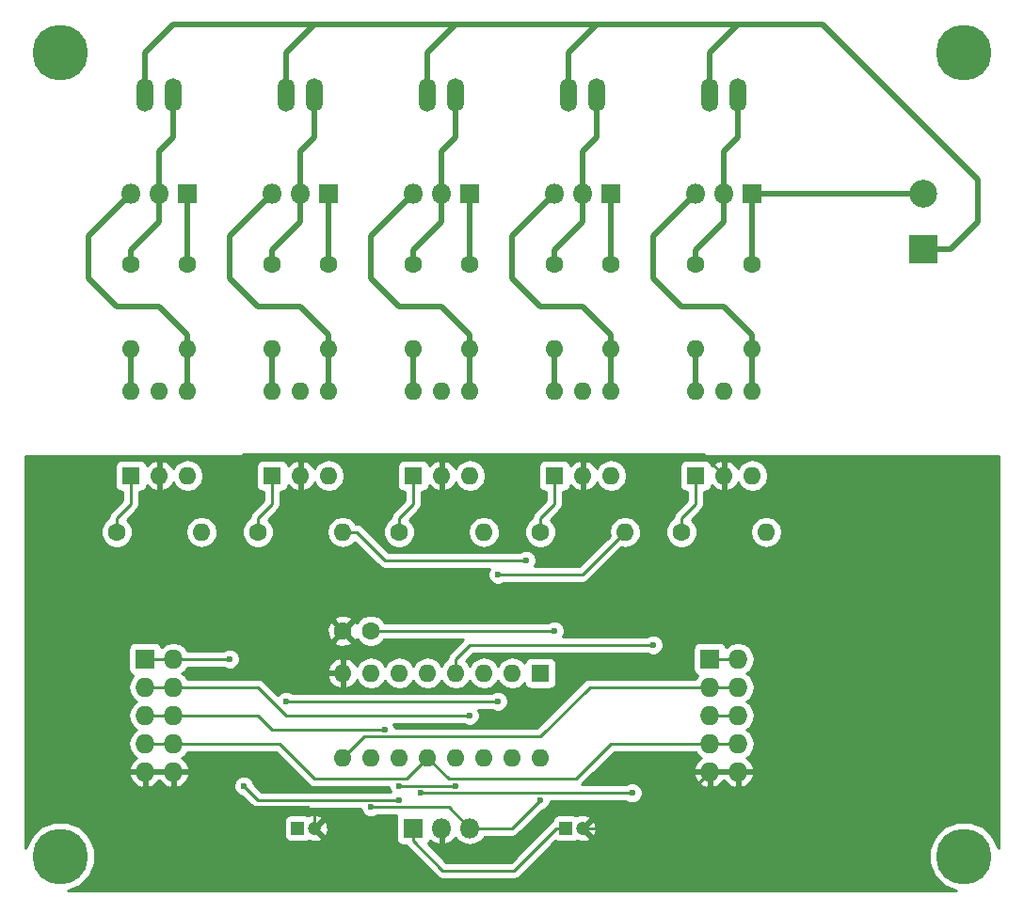
<source format=gtl>
G04 #@! TF.FileFunction,Copper,L1,Top,Signal*
%FSLAX46Y46*%
G04 Gerber Fmt 4.6, Leading zero omitted, Abs format (unit mm)*
G04 Created by KiCad (PCBNEW 4.0.5) date 09/05/17 09:18:43*
%MOMM*%
%LPD*%
G01*
G04 APERTURE LIST*
%ADD10C,0.100000*%
%ADD11R,1.727200X1.727200*%
%ADD12O,1.727200X1.727200*%
%ADD13C,5.000000*%
%ADD14O,1.510000X3.010000*%
%ADD15R,2.500000X2.500000*%
%ADD16C,2.500000*%
%ADD17R,1.600000X1.600000*%
%ADD18O,1.600000X1.600000*%
%ADD19C,1.600000*%
%ADD20R,1.800000X1.800000*%
%ADD21O,1.800000X1.800000*%
%ADD22R,1.200000X1.200000*%
%ADD23C,1.200000*%
%ADD24C,0.600000*%
%ADD25C,0.250000*%
%ADD26C,0.500000*%
%ADD27C,0.254000*%
G04 APERTURE END LIST*
D10*
D11*
X113030000Y-83820000D03*
D12*
X115570000Y-83820000D03*
X113030000Y-86360000D03*
X115570000Y-86360000D03*
X113030000Y-88900000D03*
X115570000Y-88900000D03*
X113030000Y-91440000D03*
X115570000Y-91440000D03*
X113030000Y-93980000D03*
X115570000Y-93980000D03*
D11*
X62230000Y-83820000D03*
D12*
X64770000Y-83820000D03*
X62230000Y-86360000D03*
X64770000Y-86360000D03*
X62230000Y-88900000D03*
X64770000Y-88900000D03*
X62230000Y-91440000D03*
X64770000Y-91440000D03*
X62230000Y-93980000D03*
X64770000Y-93980000D03*
D13*
X135890000Y-101600000D03*
X54610000Y-101600000D03*
X135890000Y-29210000D03*
D14*
X102870000Y-33020000D03*
X100330000Y-33020000D03*
D15*
X132207000Y-46903640D03*
D16*
X132207000Y-41903640D03*
D17*
X97790000Y-85090000D03*
D18*
X80010000Y-92710000D03*
X95250000Y-85090000D03*
X82550000Y-92710000D03*
X92710000Y-85090000D03*
X85090000Y-92710000D03*
X90170000Y-85090000D03*
X87630000Y-92710000D03*
X87630000Y-85090000D03*
X90170000Y-92710000D03*
X85090000Y-85090000D03*
X92710000Y-92710000D03*
X82550000Y-85090000D03*
X95250000Y-92710000D03*
X80010000Y-85090000D03*
X97790000Y-92710000D03*
D17*
X60960000Y-67310000D03*
D18*
X66040000Y-59690000D03*
X63500000Y-67310000D03*
X63500000Y-59690000D03*
X66040000Y-67310000D03*
X60960000Y-59690000D03*
D19*
X59690000Y-72390000D03*
D18*
X67310000Y-72390000D03*
D19*
X72390000Y-72390000D03*
D18*
X80010000Y-72390000D03*
D19*
X85090000Y-72390000D03*
D18*
X92710000Y-72390000D03*
D19*
X97790000Y-72390000D03*
D18*
X105410000Y-72390000D03*
D19*
X110490000Y-72390000D03*
D18*
X118110000Y-72390000D03*
D19*
X60960000Y-48260000D03*
D18*
X60960000Y-55880000D03*
D19*
X66040000Y-48260000D03*
D18*
X66040000Y-55880000D03*
D19*
X73660000Y-48260000D03*
D18*
X73660000Y-55880000D03*
D19*
X78740000Y-48260000D03*
D18*
X78740000Y-55880000D03*
D19*
X86360000Y-48260000D03*
D18*
X86360000Y-55880000D03*
D19*
X91440000Y-48260000D03*
D18*
X91440000Y-55880000D03*
D19*
X99060000Y-48260000D03*
D18*
X99060000Y-55880000D03*
D19*
X104140000Y-48260000D03*
D18*
X104140000Y-55880000D03*
D19*
X111760000Y-48260000D03*
D18*
X111760000Y-55880000D03*
D19*
X116840000Y-48260000D03*
D18*
X116840000Y-55880000D03*
D17*
X73660000Y-67310000D03*
D18*
X78740000Y-59690000D03*
X76200000Y-67310000D03*
X76200000Y-59690000D03*
X78740000Y-67310000D03*
X73660000Y-59690000D03*
D17*
X86360000Y-67310000D03*
D18*
X91440000Y-59690000D03*
X88900000Y-67310000D03*
X88900000Y-59690000D03*
X91440000Y-67310000D03*
X86360000Y-59690000D03*
D17*
X99060000Y-67310000D03*
D18*
X104140000Y-59690000D03*
X101600000Y-67310000D03*
X101600000Y-59690000D03*
X104140000Y-67310000D03*
X99060000Y-59690000D03*
D17*
X111760000Y-67310000D03*
D18*
X116840000Y-59690000D03*
X114300000Y-67310000D03*
X114300000Y-59690000D03*
X116840000Y-67310000D03*
X111760000Y-59690000D03*
D20*
X66040000Y-41910000D03*
D21*
X63500000Y-41910000D03*
X60960000Y-41910000D03*
D20*
X78740000Y-41910000D03*
D21*
X76200000Y-41910000D03*
X73660000Y-41910000D03*
D20*
X91440000Y-41910000D03*
D21*
X88900000Y-41910000D03*
X86360000Y-41910000D03*
D20*
X104140000Y-41910000D03*
D21*
X101600000Y-41910000D03*
X99060000Y-41910000D03*
D20*
X116840000Y-41910000D03*
D21*
X114300000Y-41910000D03*
X111760000Y-41910000D03*
D20*
X86360000Y-99060000D03*
D21*
X88900000Y-99060000D03*
X91440000Y-99060000D03*
D14*
X64770000Y-33020000D03*
X62230000Y-33020000D03*
X77470000Y-33020000D03*
X74930000Y-33020000D03*
X90170000Y-33020000D03*
X87630000Y-33020000D03*
X115570000Y-33020000D03*
X113030000Y-33020000D03*
D19*
X82550000Y-81280000D03*
X80050000Y-81280000D03*
D22*
X100100000Y-99060000D03*
D23*
X101600000Y-99060000D03*
D22*
X75970000Y-99060000D03*
D23*
X77470000Y-99060000D03*
D13*
X54610000Y-29210000D03*
D24*
X82550000Y-97155000D03*
X99060000Y-81280000D03*
X85090000Y-95250000D03*
X97790000Y-96520000D03*
X90170000Y-95250000D03*
X74930000Y-93980000D03*
X85090000Y-96520000D03*
X71120000Y-95250000D03*
X69850000Y-83820000D03*
X91440000Y-88900000D03*
X106045000Y-95885000D03*
X86995000Y-95885000D03*
X83820000Y-90170000D03*
X74930000Y-87630000D03*
X93980000Y-87630000D03*
X96520000Y-74930000D03*
X93980000Y-76200000D03*
X107950000Y-82550000D03*
D25*
X82550000Y-97155000D02*
X89535000Y-97155000D01*
X89535000Y-97155000D02*
X91440000Y-99060000D01*
X82550000Y-81280000D02*
X99060000Y-81280000D01*
X95250000Y-99060000D02*
X93980000Y-99060000D01*
X97790000Y-96520000D02*
X95250000Y-99060000D01*
X85090000Y-95250000D02*
X90170000Y-95250000D01*
X91440000Y-99060000D02*
X93980000Y-99060000D01*
X68580000Y-93980000D02*
X74930000Y-93980000D01*
X101600000Y-99060000D02*
X107950000Y-99060000D01*
X64770000Y-93980000D02*
X68580000Y-93980000D01*
X68580000Y-93980000D02*
X71755000Y-97155000D01*
X71755000Y-97155000D02*
X76835000Y-97155000D01*
X76835000Y-97155000D02*
X77470000Y-97790000D01*
X77470000Y-97790000D02*
X77470000Y-99060000D01*
X71120000Y-65405000D02*
X76835000Y-65405000D01*
X76835000Y-65405000D02*
X89535000Y-65405000D01*
X76200000Y-67310000D02*
X76200000Y-66040000D01*
X76200000Y-66040000D02*
X76835000Y-65405000D01*
X89535000Y-65405000D02*
X102235000Y-65405000D01*
X88900000Y-66040000D02*
X89535000Y-65405000D01*
X88900000Y-67310000D02*
X88900000Y-66040000D01*
X102235000Y-65405000D02*
X112395000Y-65405000D01*
X101600000Y-67310000D02*
X101600000Y-66040000D01*
X101600000Y-66040000D02*
X102235000Y-65405000D01*
X112395000Y-65405000D02*
X114300000Y-67310000D01*
X67310000Y-69215000D02*
X71120000Y-65405000D01*
X64135000Y-69215000D02*
X67310000Y-69215000D01*
X63500000Y-68580000D02*
X64135000Y-69215000D01*
X63500000Y-67310000D02*
X63500000Y-68580000D01*
X76200000Y-67310000D02*
X76200000Y-77430000D01*
X76200000Y-77430000D02*
X80050000Y-81280000D01*
X107950000Y-99060000D02*
X113030000Y-93980000D01*
X113030000Y-93980000D02*
X115570000Y-93980000D01*
X62230000Y-93980000D02*
X64770000Y-93980000D01*
X89020000Y-102870000D02*
X95250000Y-102870000D01*
X100100000Y-99060000D02*
X99250000Y-99060000D01*
X99250000Y-99060000D02*
X95440000Y-102870000D01*
X95440000Y-102870000D02*
X95250000Y-102870000D01*
X72390000Y-96520000D02*
X85090000Y-96520000D01*
X71120000Y-95250000D02*
X72390000Y-96520000D01*
X64770000Y-83820000D02*
X69850000Y-83820000D01*
X86360000Y-99060000D02*
X86360000Y-100210000D01*
X86360000Y-100210000D02*
X89020000Y-102870000D01*
X113030000Y-83820000D02*
X115570000Y-83820000D01*
X62230000Y-83820000D02*
X64770000Y-83820000D01*
D26*
X116840000Y-41910000D02*
X132200640Y-41910000D01*
X132200640Y-41910000D02*
X132207000Y-41903640D01*
X116840000Y-41910000D02*
X116840000Y-48260000D01*
X104140000Y-41910000D02*
X104140000Y-48260000D01*
X91440000Y-41910000D02*
X91440000Y-48260000D01*
X78740000Y-41910000D02*
X78740000Y-48260000D01*
X66040000Y-41910000D02*
X66040000Y-48260000D01*
X63500000Y-44450000D02*
X63500000Y-41910000D01*
X60960000Y-46990000D02*
X63500000Y-44450000D01*
X60960000Y-48260000D02*
X60960000Y-46990000D01*
X63500000Y-38100000D02*
X64770000Y-36830000D01*
X64770000Y-36830000D02*
X64770000Y-33020000D01*
X63500000Y-41910000D02*
X63500000Y-38100000D01*
X57150000Y-49530000D02*
X57150000Y-45720000D01*
X57150000Y-45720000D02*
X60960000Y-41910000D01*
X59690000Y-52070000D02*
X57150000Y-49530000D01*
X63500000Y-52070000D02*
X59690000Y-52070000D01*
X66040000Y-54610000D02*
X63500000Y-52070000D01*
X66040000Y-55880000D02*
X66040000Y-54610000D01*
X66040000Y-55880000D02*
X66040000Y-59690000D01*
X76200000Y-44450000D02*
X76200000Y-41910000D01*
X73660000Y-46990000D02*
X76200000Y-44450000D01*
X73660000Y-48260000D02*
X73660000Y-46990000D01*
X76200000Y-38100000D02*
X77470000Y-36830000D01*
X77470000Y-36830000D02*
X77470000Y-33020000D01*
X76200000Y-41910000D02*
X76200000Y-38100000D01*
X69850000Y-49530000D02*
X69850000Y-45720000D01*
X69850000Y-45720000D02*
X73660000Y-41910000D01*
X72390000Y-52070000D02*
X69850000Y-49530000D01*
X76200000Y-52070000D02*
X72390000Y-52070000D01*
X78740000Y-54610000D02*
X76200000Y-52070000D01*
X78740000Y-55880000D02*
X78740000Y-54610000D01*
X78740000Y-55880000D02*
X78740000Y-59690000D01*
X88900000Y-44450000D02*
X88900000Y-41910000D01*
X86360000Y-46990000D02*
X88900000Y-44450000D01*
X86360000Y-48260000D02*
X86360000Y-46990000D01*
X88900000Y-38100000D02*
X90170000Y-36830000D01*
X90170000Y-36830000D02*
X90170000Y-33020000D01*
X88900000Y-41910000D02*
X88900000Y-38100000D01*
X82550000Y-49530000D02*
X82550000Y-45720000D01*
X82550000Y-45720000D02*
X86360000Y-41910000D01*
X85090000Y-52070000D02*
X82550000Y-49530000D01*
X88900000Y-52070000D02*
X85090000Y-52070000D01*
X91440000Y-54610000D02*
X88900000Y-52070000D01*
X91440000Y-55880000D02*
X91440000Y-54610000D01*
X91440000Y-55880000D02*
X91440000Y-59690000D01*
X101600000Y-44450000D02*
X101600000Y-41910000D01*
X99060000Y-46990000D02*
X101600000Y-44450000D01*
X99060000Y-48260000D02*
X99060000Y-46990000D01*
X101600000Y-38100000D02*
X102870000Y-36830000D01*
X102870000Y-36830000D02*
X102870000Y-33020000D01*
X101600000Y-41910000D02*
X101600000Y-38100000D01*
X95250000Y-49530000D02*
X95250000Y-45720000D01*
X95250000Y-45720000D02*
X99060000Y-41910000D01*
X97790000Y-52070000D02*
X95250000Y-49530000D01*
X101600000Y-52070000D02*
X97790000Y-52070000D01*
X104140000Y-54610000D02*
X101600000Y-52070000D01*
X104140000Y-55880000D02*
X104140000Y-54610000D01*
X104140000Y-55880000D02*
X104140000Y-59690000D01*
X114300000Y-44450000D02*
X114300000Y-41910000D01*
X111760000Y-46990000D02*
X114300000Y-44450000D01*
X111760000Y-48260000D02*
X111760000Y-46990000D01*
X114300000Y-38100000D02*
X115570000Y-36830000D01*
X115570000Y-36830000D02*
X115570000Y-33020000D01*
X114300000Y-41910000D02*
X114300000Y-38100000D01*
X107950000Y-49530000D02*
X107950000Y-45720000D01*
X107950000Y-45720000D02*
X111760000Y-41910000D01*
X110490000Y-52070000D02*
X107950000Y-49530000D01*
X114300000Y-52070000D02*
X110490000Y-52070000D01*
X116840000Y-54610000D02*
X114300000Y-52070000D01*
X116840000Y-55880000D02*
X116840000Y-54610000D01*
X116840000Y-55880000D02*
X116840000Y-59690000D01*
X132207000Y-46903640D02*
X134706360Y-46903640D01*
X137160000Y-40640000D02*
X123190000Y-26670000D01*
X137160000Y-44450000D02*
X137160000Y-40640000D01*
X134706360Y-46903640D02*
X137160000Y-44450000D01*
X102870000Y-26670000D02*
X104140000Y-26670000D01*
X94730000Y-26670000D02*
X102870000Y-26670000D01*
X123190000Y-26670000D02*
X115570000Y-26670000D01*
X115570000Y-26670000D02*
X106680000Y-26670000D01*
X113030000Y-29210000D02*
X115570000Y-26670000D01*
X113030000Y-33020000D02*
X113030000Y-29210000D01*
X100330000Y-29210000D02*
X102870000Y-26670000D01*
X100330000Y-33020000D02*
X100330000Y-29210000D01*
X104140000Y-26670000D02*
X106680000Y-26670000D01*
X81280000Y-26670000D02*
X91440000Y-26670000D01*
X87630000Y-29210000D02*
X90170000Y-26670000D01*
X91440000Y-26670000D02*
X93980000Y-26670000D01*
X90170000Y-26670000D02*
X91440000Y-26670000D01*
X87630000Y-33020000D02*
X87630000Y-29210000D01*
X68580000Y-26670000D02*
X77470000Y-26670000D01*
X77470000Y-26670000D02*
X81280000Y-26670000D01*
X74930000Y-33020000D02*
X74930000Y-29210000D01*
X74930000Y-29210000D02*
X77470000Y-26670000D01*
X62230000Y-33020000D02*
X62230000Y-29210000D01*
X62230000Y-29210000D02*
X64770000Y-26670000D01*
X64770000Y-26670000D02*
X68580000Y-26670000D01*
X69330000Y-26670000D02*
X68580000Y-26670000D01*
X100330000Y-33020000D02*
X100330000Y-32270000D01*
X94730000Y-26670000D02*
X93980000Y-26670000D01*
X82030000Y-26670000D02*
X81280000Y-26670000D01*
X87630000Y-33020000D02*
X87630000Y-32270000D01*
X74930000Y-33020000D02*
X74930000Y-32270000D01*
X62230000Y-33020000D02*
X62230000Y-32270000D01*
D25*
X72390000Y-86360000D02*
X74930000Y-88900000D01*
X74930000Y-88900000D02*
X91440000Y-88900000D01*
X64770000Y-86360000D02*
X72390000Y-86360000D01*
X62230000Y-86360000D02*
X64770000Y-86360000D01*
X94615000Y-95885000D02*
X106045000Y-95885000D01*
X86995000Y-95885000D02*
X94615000Y-95885000D01*
X72390000Y-88900000D02*
X73660000Y-90170000D01*
X73660000Y-90170000D02*
X83820000Y-90170000D01*
X64770000Y-88900000D02*
X72390000Y-88900000D01*
X113030000Y-88900000D02*
X115570000Y-88900000D01*
X62230000Y-88900000D02*
X64770000Y-88900000D01*
X64770000Y-91440000D02*
X74295000Y-91440000D01*
X74295000Y-91440000D02*
X77470000Y-94615000D01*
X77470000Y-94615000D02*
X85725000Y-94615000D01*
X85725000Y-94615000D02*
X87630000Y-92710000D01*
X89535000Y-94615000D02*
X87630000Y-92710000D01*
X100965000Y-94615000D02*
X89535000Y-94615000D01*
X104140000Y-91440000D02*
X100965000Y-94615000D01*
X113030000Y-91440000D02*
X104140000Y-91440000D01*
X113030000Y-91440000D02*
X115570000Y-91440000D01*
X62230000Y-91440000D02*
X64770000Y-91440000D01*
X97790000Y-90805000D02*
X81915000Y-90805000D01*
X81915000Y-90805000D02*
X80010000Y-92710000D01*
X102235000Y-86360000D02*
X97790000Y-90805000D01*
X113030000Y-86360000D02*
X102235000Y-86360000D01*
X113030000Y-86360000D02*
X115570000Y-86360000D01*
X59690000Y-71120000D02*
X60960000Y-69850000D01*
X60960000Y-69850000D02*
X60960000Y-67310000D01*
X59690000Y-72390000D02*
X59690000Y-71120000D01*
X93980000Y-87630000D02*
X74930000Y-87630000D01*
X72390000Y-71120000D02*
X73660000Y-69850000D01*
X73660000Y-69850000D02*
X73660000Y-67310000D01*
X72390000Y-72390000D02*
X72390000Y-71120000D01*
X83820000Y-74930000D02*
X96520000Y-74930000D01*
X81280000Y-72390000D02*
X83820000Y-74930000D01*
X80010000Y-72390000D02*
X81280000Y-72390000D01*
X85090000Y-71120000D02*
X86360000Y-69850000D01*
X86360000Y-69850000D02*
X86360000Y-67310000D01*
X85090000Y-72390000D02*
X85090000Y-71120000D01*
X97790000Y-71120000D02*
X99060000Y-69850000D01*
X99060000Y-69850000D02*
X99060000Y-67310000D01*
X97790000Y-72390000D02*
X97790000Y-71120000D01*
X101600000Y-76200000D02*
X93980000Y-76200000D01*
X105410000Y-72390000D02*
X101600000Y-76200000D01*
X110490000Y-71120000D02*
X111760000Y-69850000D01*
X111760000Y-69850000D02*
X111760000Y-67310000D01*
X110490000Y-72390000D02*
X110490000Y-71120000D01*
X91440000Y-82550000D02*
X107950000Y-82550000D01*
X90170000Y-83820000D02*
X91440000Y-82550000D01*
X90170000Y-85090000D02*
X90170000Y-83820000D01*
D26*
X60960000Y-55880000D02*
X60960000Y-59690000D01*
X73660000Y-55880000D02*
X73660000Y-59690000D01*
X86360000Y-55880000D02*
X86360000Y-59690000D01*
X99060000Y-55880000D02*
X99060000Y-59690000D01*
X111760000Y-55880000D02*
X111760000Y-59690000D01*
D27*
G36*
X138990000Y-100893125D02*
X138549273Y-99826485D01*
X137668153Y-98943826D01*
X136516326Y-98465546D01*
X135269146Y-98464457D01*
X134116485Y-98940727D01*
X133233826Y-99821847D01*
X132755546Y-100973674D01*
X132754457Y-102220854D01*
X133230727Y-103373515D01*
X134111847Y-104256174D01*
X135180699Y-104700000D01*
X55316875Y-104700000D01*
X56383515Y-104259273D01*
X57266174Y-103378153D01*
X57744454Y-102226326D01*
X57745543Y-100979146D01*
X57269273Y-99826485D01*
X56388153Y-98943826D01*
X55236326Y-98465546D01*
X53989146Y-98464457D01*
X52836485Y-98940727D01*
X51953826Y-99821847D01*
X51510000Y-100890699D01*
X51510000Y-98460000D01*
X74722560Y-98460000D01*
X74722560Y-99660000D01*
X74766838Y-99895317D01*
X74905910Y-100111441D01*
X75118110Y-100256431D01*
X75370000Y-100307440D01*
X76570000Y-100307440D01*
X76805317Y-100263162D01*
X76932636Y-100181234D01*
X77301036Y-100307807D01*
X77791413Y-100277482D01*
X78103617Y-100148164D01*
X78153130Y-99922735D01*
X77470000Y-99239605D01*
X77455858Y-99253748D01*
X77276253Y-99074143D01*
X77290395Y-99060000D01*
X77649605Y-99060000D01*
X78332735Y-99743130D01*
X78558164Y-99693617D01*
X78717807Y-99228964D01*
X78687482Y-98738587D01*
X78558164Y-98426383D01*
X78332735Y-98376870D01*
X77649605Y-99060000D01*
X77290395Y-99060000D01*
X77276253Y-99045858D01*
X77455858Y-98866253D01*
X77470000Y-98880395D01*
X78153130Y-98197265D01*
X78103617Y-97971836D01*
X77638964Y-97812193D01*
X77148587Y-97842518D01*
X76926010Y-97934711D01*
X76821890Y-97863569D01*
X76570000Y-97812560D01*
X75370000Y-97812560D01*
X75134683Y-97856838D01*
X74918559Y-97995910D01*
X74773569Y-98208110D01*
X74722560Y-98460000D01*
X51510000Y-98460000D01*
X51510000Y-94339027D01*
X60775032Y-94339027D01*
X61023179Y-94868490D01*
X61455053Y-95262688D01*
X61870974Y-95434958D01*
X62103000Y-95313817D01*
X62103000Y-94107000D01*
X62357000Y-94107000D01*
X62357000Y-95313817D01*
X62589026Y-95434958D01*
X63004947Y-95262688D01*
X63436821Y-94868490D01*
X63500000Y-94733687D01*
X63563179Y-94868490D01*
X63995053Y-95262688D01*
X64410974Y-95434958D01*
X64643000Y-95313817D01*
X64643000Y-94107000D01*
X64897000Y-94107000D01*
X64897000Y-95313817D01*
X65129026Y-95434958D01*
X65544947Y-95262688D01*
X65976821Y-94868490D01*
X66224968Y-94339027D01*
X66104469Y-94107000D01*
X64897000Y-94107000D01*
X64643000Y-94107000D01*
X62357000Y-94107000D01*
X62103000Y-94107000D01*
X60895531Y-94107000D01*
X60775032Y-94339027D01*
X51510000Y-94339027D01*
X51510000Y-82956400D01*
X60718960Y-82956400D01*
X60718960Y-84683600D01*
X60763238Y-84918917D01*
X60902310Y-85135041D01*
X61114510Y-85280031D01*
X61158345Y-85288908D01*
X60845474Y-85757152D01*
X60731400Y-86330641D01*
X60731400Y-86389359D01*
X60845474Y-86962848D01*
X61170330Y-87449029D01*
X61441172Y-87630000D01*
X61170330Y-87810971D01*
X60845474Y-88297152D01*
X60731400Y-88870641D01*
X60731400Y-88929359D01*
X60845474Y-89502848D01*
X61170330Y-89989029D01*
X61441172Y-90170000D01*
X61170330Y-90350971D01*
X60845474Y-90837152D01*
X60731400Y-91410641D01*
X60731400Y-91469359D01*
X60845474Y-92042848D01*
X61170330Y-92529029D01*
X61441161Y-92709992D01*
X61023179Y-93091510D01*
X60775032Y-93620973D01*
X60895531Y-93853000D01*
X62103000Y-93853000D01*
X62103000Y-93833000D01*
X62357000Y-93833000D01*
X62357000Y-93853000D01*
X64643000Y-93853000D01*
X64643000Y-93833000D01*
X64897000Y-93833000D01*
X64897000Y-93853000D01*
X66104469Y-93853000D01*
X66224968Y-93620973D01*
X65976821Y-93091510D01*
X65558839Y-92709992D01*
X65829670Y-92529029D01*
X66049520Y-92200000D01*
X73980198Y-92200000D01*
X76932599Y-95152401D01*
X77179161Y-95317148D01*
X77470000Y-95375000D01*
X84154890Y-95375000D01*
X84154838Y-95435167D01*
X84289056Y-95760000D01*
X72704802Y-95760000D01*
X72055122Y-95110320D01*
X72055162Y-95064833D01*
X71913117Y-94721057D01*
X71650327Y-94457808D01*
X71306799Y-94315162D01*
X70934833Y-94314838D01*
X70591057Y-94456883D01*
X70327808Y-94719673D01*
X70185162Y-95063201D01*
X70184838Y-95435167D01*
X70326883Y-95778943D01*
X70589673Y-96042192D01*
X70933201Y-96184838D01*
X70980077Y-96184879D01*
X71852599Y-97057401D01*
X72099160Y-97222148D01*
X72390000Y-97280000D01*
X81614890Y-97280000D01*
X81614838Y-97340167D01*
X81756883Y-97683943D01*
X82019673Y-97947192D01*
X82363201Y-98089838D01*
X82735167Y-98090162D01*
X83078943Y-97948117D01*
X83112118Y-97915000D01*
X84862174Y-97915000D01*
X84812560Y-98160000D01*
X84812560Y-99960000D01*
X84856838Y-100195317D01*
X84995910Y-100411441D01*
X85208110Y-100556431D01*
X85460000Y-100607440D01*
X85729080Y-100607440D01*
X85822599Y-100747401D01*
X88482599Y-103407401D01*
X88729161Y-103572148D01*
X89020000Y-103630000D01*
X95440000Y-103630000D01*
X95730839Y-103572148D01*
X95977401Y-103407401D01*
X99176975Y-100207827D01*
X99248110Y-100256431D01*
X99500000Y-100307440D01*
X100700000Y-100307440D01*
X100935317Y-100263162D01*
X101062636Y-100181234D01*
X101431036Y-100307807D01*
X101921413Y-100277482D01*
X102233617Y-100148164D01*
X102283130Y-99922735D01*
X101600000Y-99239605D01*
X101585858Y-99253748D01*
X101406253Y-99074143D01*
X101420395Y-99060000D01*
X101779605Y-99060000D01*
X102462735Y-99743130D01*
X102688164Y-99693617D01*
X102847807Y-99228964D01*
X102817482Y-98738587D01*
X102688164Y-98426383D01*
X102462735Y-98376870D01*
X101779605Y-99060000D01*
X101420395Y-99060000D01*
X101406253Y-99045858D01*
X101585858Y-98866253D01*
X101600000Y-98880395D01*
X102283130Y-98197265D01*
X102233617Y-97971836D01*
X101768964Y-97812193D01*
X101278587Y-97842518D01*
X101056010Y-97934711D01*
X100951890Y-97863569D01*
X100700000Y-97812560D01*
X99500000Y-97812560D01*
X99264683Y-97856838D01*
X99048559Y-97995910D01*
X98903569Y-98208110D01*
X98859801Y-98424242D01*
X98712599Y-98522599D01*
X95125198Y-102110000D01*
X89334802Y-102110000D01*
X87673382Y-100448580D01*
X87711441Y-100424090D01*
X87856431Y-100211890D01*
X87866766Y-100160854D01*
X87992424Y-100297966D01*
X88535258Y-100551046D01*
X88773000Y-100430997D01*
X88773000Y-99187000D01*
X88753000Y-99187000D01*
X88753000Y-98933000D01*
X88773000Y-98933000D01*
X88773000Y-98913000D01*
X89027000Y-98913000D01*
X89027000Y-98933000D01*
X89047000Y-98933000D01*
X89047000Y-99187000D01*
X89027000Y-99187000D01*
X89027000Y-100430997D01*
X89264742Y-100551046D01*
X89807576Y-100297966D01*
X90165499Y-99907418D01*
X90324519Y-100145409D01*
X90822509Y-100478155D01*
X91409928Y-100595000D01*
X91470072Y-100595000D01*
X92057491Y-100478155D01*
X92555481Y-100145409D01*
X92772912Y-99820000D01*
X95250000Y-99820000D01*
X95540839Y-99762148D01*
X95787401Y-99597401D01*
X97929680Y-97455122D01*
X97975167Y-97455162D01*
X98318943Y-97313117D01*
X98582192Y-97050327D01*
X98724838Y-96706799D01*
X98724892Y-96645000D01*
X105482537Y-96645000D01*
X105514673Y-96677192D01*
X105858201Y-96819838D01*
X106230167Y-96820162D01*
X106573943Y-96678117D01*
X106837192Y-96415327D01*
X106979838Y-96071799D01*
X106980162Y-95699833D01*
X106838117Y-95356057D01*
X106575327Y-95092808D01*
X106231799Y-94950162D01*
X105859833Y-94949838D01*
X105516057Y-95091883D01*
X105482882Y-95125000D01*
X101529802Y-95125000D01*
X102315775Y-94339027D01*
X111575032Y-94339027D01*
X111823179Y-94868490D01*
X112255053Y-95262688D01*
X112670974Y-95434958D01*
X112903000Y-95313817D01*
X112903000Y-94107000D01*
X113157000Y-94107000D01*
X113157000Y-95313817D01*
X113389026Y-95434958D01*
X113804947Y-95262688D01*
X114236821Y-94868490D01*
X114300000Y-94733687D01*
X114363179Y-94868490D01*
X114795053Y-95262688D01*
X115210974Y-95434958D01*
X115443000Y-95313817D01*
X115443000Y-94107000D01*
X115697000Y-94107000D01*
X115697000Y-95313817D01*
X115929026Y-95434958D01*
X116344947Y-95262688D01*
X116776821Y-94868490D01*
X117024968Y-94339027D01*
X116904469Y-94107000D01*
X115697000Y-94107000D01*
X115443000Y-94107000D01*
X113157000Y-94107000D01*
X112903000Y-94107000D01*
X111695531Y-94107000D01*
X111575032Y-94339027D01*
X102315775Y-94339027D01*
X104454802Y-92200000D01*
X111750480Y-92200000D01*
X111970330Y-92529029D01*
X112241161Y-92709992D01*
X111823179Y-93091510D01*
X111575032Y-93620973D01*
X111695531Y-93853000D01*
X112903000Y-93853000D01*
X112903000Y-93833000D01*
X113157000Y-93833000D01*
X113157000Y-93853000D01*
X115443000Y-93853000D01*
X115443000Y-93833000D01*
X115697000Y-93833000D01*
X115697000Y-93853000D01*
X116904469Y-93853000D01*
X117024968Y-93620973D01*
X116776821Y-93091510D01*
X116358839Y-92709992D01*
X116629670Y-92529029D01*
X116954526Y-92042848D01*
X117068600Y-91469359D01*
X117068600Y-91410641D01*
X116954526Y-90837152D01*
X116629670Y-90350971D01*
X116358828Y-90170000D01*
X116629670Y-89989029D01*
X116954526Y-89502848D01*
X117068600Y-88929359D01*
X117068600Y-88870641D01*
X116954526Y-88297152D01*
X116629670Y-87810971D01*
X116358828Y-87630000D01*
X116629670Y-87449029D01*
X116954526Y-86962848D01*
X117068600Y-86389359D01*
X117068600Y-86330641D01*
X116954526Y-85757152D01*
X116629670Y-85270971D01*
X116358828Y-85090000D01*
X116629670Y-84909029D01*
X116954526Y-84422848D01*
X117068600Y-83849359D01*
X117068600Y-83790641D01*
X116954526Y-83217152D01*
X116629670Y-82730971D01*
X116143489Y-82406115D01*
X115570000Y-82292041D01*
X114996511Y-82406115D01*
X114510330Y-82730971D01*
X114501195Y-82744642D01*
X114496762Y-82721083D01*
X114357690Y-82504959D01*
X114145490Y-82359969D01*
X113893600Y-82308960D01*
X112166400Y-82308960D01*
X111931083Y-82353238D01*
X111714959Y-82492310D01*
X111569969Y-82704510D01*
X111518960Y-82956400D01*
X111518960Y-84683600D01*
X111563238Y-84918917D01*
X111702310Y-85135041D01*
X111914510Y-85280031D01*
X111958345Y-85288908D01*
X111750480Y-85600000D01*
X102235000Y-85600000D01*
X101944160Y-85657852D01*
X101697599Y-85822599D01*
X97475198Y-90045000D01*
X84755110Y-90045000D01*
X84755162Y-89984833D01*
X84620944Y-89660000D01*
X90877537Y-89660000D01*
X90909673Y-89692192D01*
X91253201Y-89834838D01*
X91625167Y-89835162D01*
X91968943Y-89693117D01*
X92232192Y-89430327D01*
X92374838Y-89086799D01*
X92375162Y-88714833D01*
X92240944Y-88390000D01*
X93417537Y-88390000D01*
X93449673Y-88422192D01*
X93793201Y-88564838D01*
X94165167Y-88565162D01*
X94508943Y-88423117D01*
X94772192Y-88160327D01*
X94914838Y-87816799D01*
X94915162Y-87444833D01*
X94773117Y-87101057D01*
X94510327Y-86837808D01*
X94166799Y-86695162D01*
X93794833Y-86694838D01*
X93451057Y-86836883D01*
X93417882Y-86870000D01*
X75492463Y-86870000D01*
X75460327Y-86837808D01*
X75116799Y-86695162D01*
X74744833Y-86694838D01*
X74401057Y-86836883D01*
X74171171Y-87066369D01*
X72927401Y-85822599D01*
X72680839Y-85657852D01*
X72390000Y-85600000D01*
X66049520Y-85600000D01*
X65941971Y-85439041D01*
X78618086Y-85439041D01*
X78857611Y-85945134D01*
X79272577Y-86321041D01*
X79660961Y-86481904D01*
X79883000Y-86359915D01*
X79883000Y-85217000D01*
X78739371Y-85217000D01*
X78618086Y-85439041D01*
X65941971Y-85439041D01*
X65829670Y-85270971D01*
X65558828Y-85090000D01*
X65829670Y-84909029D01*
X66049520Y-84580000D01*
X69287537Y-84580000D01*
X69319673Y-84612192D01*
X69663201Y-84754838D01*
X70035167Y-84755162D01*
X70069540Y-84740959D01*
X78618086Y-84740959D01*
X78739371Y-84963000D01*
X79883000Y-84963000D01*
X79883000Y-83820085D01*
X80137000Y-83820085D01*
X80137000Y-84963000D01*
X80157000Y-84963000D01*
X80157000Y-85217000D01*
X80137000Y-85217000D01*
X80137000Y-86359915D01*
X80359039Y-86481904D01*
X80747423Y-86321041D01*
X81162389Y-85945134D01*
X81265014Y-85728297D01*
X81535302Y-86132811D01*
X82000849Y-86443880D01*
X82550000Y-86553113D01*
X83099151Y-86443880D01*
X83564698Y-86132811D01*
X83820000Y-85750725D01*
X84075302Y-86132811D01*
X84540849Y-86443880D01*
X85090000Y-86553113D01*
X85639151Y-86443880D01*
X86104698Y-86132811D01*
X86360000Y-85750725D01*
X86615302Y-86132811D01*
X87080849Y-86443880D01*
X87630000Y-86553113D01*
X88179151Y-86443880D01*
X88644698Y-86132811D01*
X88900000Y-85750725D01*
X89155302Y-86132811D01*
X89620849Y-86443880D01*
X90170000Y-86553113D01*
X90719151Y-86443880D01*
X91184698Y-86132811D01*
X91440000Y-85750725D01*
X91695302Y-86132811D01*
X92160849Y-86443880D01*
X92710000Y-86553113D01*
X93259151Y-86443880D01*
X93724698Y-86132811D01*
X93980000Y-85750725D01*
X94235302Y-86132811D01*
X94700849Y-86443880D01*
X95250000Y-86553113D01*
X95799151Y-86443880D01*
X96264698Y-86132811D01*
X96361101Y-85988535D01*
X96386838Y-86125317D01*
X96525910Y-86341441D01*
X96738110Y-86486431D01*
X96990000Y-86537440D01*
X98590000Y-86537440D01*
X98825317Y-86493162D01*
X99041441Y-86354090D01*
X99186431Y-86141890D01*
X99237440Y-85890000D01*
X99237440Y-84290000D01*
X99193162Y-84054683D01*
X99054090Y-83838559D01*
X98841890Y-83693569D01*
X98590000Y-83642560D01*
X96990000Y-83642560D01*
X96754683Y-83686838D01*
X96538559Y-83825910D01*
X96393569Y-84038110D01*
X96362185Y-84193089D01*
X96264698Y-84047189D01*
X95799151Y-83736120D01*
X95250000Y-83626887D01*
X94700849Y-83736120D01*
X94235302Y-84047189D01*
X93980000Y-84429275D01*
X93724698Y-84047189D01*
X93259151Y-83736120D01*
X92710000Y-83626887D01*
X92160849Y-83736120D01*
X91695302Y-84047189D01*
X91440000Y-84429275D01*
X91184698Y-84047189D01*
X91084538Y-83980264D01*
X91754802Y-83310000D01*
X107387537Y-83310000D01*
X107419673Y-83342192D01*
X107763201Y-83484838D01*
X108135167Y-83485162D01*
X108478943Y-83343117D01*
X108742192Y-83080327D01*
X108884838Y-82736799D01*
X108885162Y-82364833D01*
X108743117Y-82021057D01*
X108480327Y-81757808D01*
X108136799Y-81615162D01*
X107764833Y-81614838D01*
X107421057Y-81756883D01*
X107387882Y-81790000D01*
X99860633Y-81790000D01*
X99994838Y-81466799D01*
X99995162Y-81094833D01*
X99853117Y-80751057D01*
X99590327Y-80487808D01*
X99246799Y-80345162D01*
X98874833Y-80344838D01*
X98531057Y-80486883D01*
X98497882Y-80520000D01*
X83788646Y-80520000D01*
X83767243Y-80468200D01*
X83363923Y-80064176D01*
X82836691Y-79845250D01*
X82265813Y-79844752D01*
X81738200Y-80062757D01*
X81334176Y-80466077D01*
X81306577Y-80532544D01*
X81303864Y-80525995D01*
X81057745Y-80451861D01*
X80229605Y-81280000D01*
X81057745Y-82108139D01*
X81303864Y-82034005D01*
X81306196Y-82027517D01*
X81332757Y-82091800D01*
X81736077Y-82495824D01*
X82263309Y-82714750D01*
X82834187Y-82715248D01*
X83361800Y-82497243D01*
X83765824Y-82093923D01*
X83788215Y-82040000D01*
X90875198Y-82040000D01*
X89632599Y-83282599D01*
X89467852Y-83529161D01*
X89410000Y-83820000D01*
X89410000Y-83877005D01*
X89155302Y-84047189D01*
X88900000Y-84429275D01*
X88644698Y-84047189D01*
X88179151Y-83736120D01*
X87630000Y-83626887D01*
X87080849Y-83736120D01*
X86615302Y-84047189D01*
X86360000Y-84429275D01*
X86104698Y-84047189D01*
X85639151Y-83736120D01*
X85090000Y-83626887D01*
X84540849Y-83736120D01*
X84075302Y-84047189D01*
X83820000Y-84429275D01*
X83564698Y-84047189D01*
X83099151Y-83736120D01*
X82550000Y-83626887D01*
X82000849Y-83736120D01*
X81535302Y-84047189D01*
X81265014Y-84451703D01*
X81162389Y-84234866D01*
X80747423Y-83858959D01*
X80359039Y-83698096D01*
X80137000Y-83820085D01*
X79883000Y-83820085D01*
X79660961Y-83698096D01*
X79272577Y-83858959D01*
X78857611Y-84234866D01*
X78618086Y-84740959D01*
X70069540Y-84740959D01*
X70378943Y-84613117D01*
X70642192Y-84350327D01*
X70784838Y-84006799D01*
X70785162Y-83634833D01*
X70643117Y-83291057D01*
X70380327Y-83027808D01*
X70036799Y-82885162D01*
X69664833Y-82884838D01*
X69321057Y-83026883D01*
X69287882Y-83060000D01*
X66049520Y-83060000D01*
X65829670Y-82730971D01*
X65343489Y-82406115D01*
X64770000Y-82292041D01*
X64196511Y-82406115D01*
X63710330Y-82730971D01*
X63701195Y-82744642D01*
X63696762Y-82721083D01*
X63557690Y-82504959D01*
X63345490Y-82359969D01*
X63093600Y-82308960D01*
X61366400Y-82308960D01*
X61131083Y-82353238D01*
X60914959Y-82492310D01*
X60769969Y-82704510D01*
X60718960Y-82956400D01*
X51510000Y-82956400D01*
X51510000Y-82287745D01*
X79221861Y-82287745D01*
X79295995Y-82533864D01*
X79833223Y-82726965D01*
X80403454Y-82699778D01*
X80804005Y-82533864D01*
X80878139Y-82287745D01*
X80050000Y-81459605D01*
X79221861Y-82287745D01*
X51510000Y-82287745D01*
X51510000Y-81063223D01*
X78603035Y-81063223D01*
X78630222Y-81633454D01*
X78796136Y-82034005D01*
X79042255Y-82108139D01*
X79870395Y-81280000D01*
X79042255Y-80451861D01*
X78796136Y-80525995D01*
X78603035Y-81063223D01*
X51510000Y-81063223D01*
X51510000Y-80272255D01*
X79221861Y-80272255D01*
X80050000Y-81100395D01*
X80878139Y-80272255D01*
X80804005Y-80026136D01*
X80266777Y-79833035D01*
X79696546Y-79860222D01*
X79295995Y-80026136D01*
X79221861Y-80272255D01*
X51510000Y-80272255D01*
X51510000Y-72674187D01*
X58254752Y-72674187D01*
X58472757Y-73201800D01*
X58876077Y-73605824D01*
X59403309Y-73824750D01*
X59974187Y-73825248D01*
X60501800Y-73607243D01*
X60905824Y-73203923D01*
X61124750Y-72676691D01*
X61125000Y-72390000D01*
X65846887Y-72390000D01*
X65956120Y-72939151D01*
X66267189Y-73404698D01*
X66732736Y-73715767D01*
X67281887Y-73825000D01*
X67338113Y-73825000D01*
X67887264Y-73715767D01*
X68352811Y-73404698D01*
X68663880Y-72939151D01*
X68716584Y-72674187D01*
X70954752Y-72674187D01*
X71172757Y-73201800D01*
X71576077Y-73605824D01*
X72103309Y-73824750D01*
X72674187Y-73825248D01*
X73201800Y-73607243D01*
X73605824Y-73203923D01*
X73824750Y-72676691D01*
X73825000Y-72390000D01*
X78546887Y-72390000D01*
X78656120Y-72939151D01*
X78967189Y-73404698D01*
X79432736Y-73715767D01*
X79981887Y-73825000D01*
X80038113Y-73825000D01*
X80587264Y-73715767D01*
X81052811Y-73404698D01*
X81119736Y-73304538D01*
X83282599Y-75467401D01*
X83529160Y-75632148D01*
X83577414Y-75641746D01*
X83820000Y-75690000D01*
X93179367Y-75690000D01*
X93045162Y-76013201D01*
X93044838Y-76385167D01*
X93186883Y-76728943D01*
X93449673Y-76992192D01*
X93793201Y-77134838D01*
X94165167Y-77135162D01*
X94508943Y-76993117D01*
X94542118Y-76960000D01*
X101600000Y-76960000D01*
X101890839Y-76902148D01*
X102137401Y-76737401D01*
X105104898Y-73769904D01*
X105381887Y-73825000D01*
X105438113Y-73825000D01*
X105987264Y-73715767D01*
X106452811Y-73404698D01*
X106763880Y-72939151D01*
X106816584Y-72674187D01*
X109054752Y-72674187D01*
X109272757Y-73201800D01*
X109676077Y-73605824D01*
X110203309Y-73824750D01*
X110774187Y-73825248D01*
X111301800Y-73607243D01*
X111705824Y-73203923D01*
X111924750Y-72676691D01*
X111925000Y-72390000D01*
X116646887Y-72390000D01*
X116756120Y-72939151D01*
X117067189Y-73404698D01*
X117532736Y-73715767D01*
X118081887Y-73825000D01*
X118138113Y-73825000D01*
X118687264Y-73715767D01*
X119152811Y-73404698D01*
X119463880Y-72939151D01*
X119573113Y-72390000D01*
X119463880Y-71840849D01*
X119152811Y-71375302D01*
X118687264Y-71064233D01*
X118138113Y-70955000D01*
X118081887Y-70955000D01*
X117532736Y-71064233D01*
X117067189Y-71375302D01*
X116756120Y-71840849D01*
X116646887Y-72390000D01*
X111925000Y-72390000D01*
X111925248Y-72105813D01*
X111707243Y-71578200D01*
X111407184Y-71277618D01*
X112297401Y-70387401D01*
X112462148Y-70140840D01*
X112520000Y-69850000D01*
X112520000Y-68757440D01*
X112560000Y-68757440D01*
X112795317Y-68713162D01*
X113011441Y-68574090D01*
X113156431Y-68361890D01*
X113188732Y-68202384D01*
X113562577Y-68541041D01*
X113950961Y-68701904D01*
X114173000Y-68579915D01*
X114173000Y-67437000D01*
X114153000Y-67437000D01*
X114153000Y-67183000D01*
X114173000Y-67183000D01*
X114173000Y-66040085D01*
X114427000Y-66040085D01*
X114427000Y-67183000D01*
X114447000Y-67183000D01*
X114447000Y-67437000D01*
X114427000Y-67437000D01*
X114427000Y-68579915D01*
X114649039Y-68701904D01*
X115037423Y-68541041D01*
X115452389Y-68165134D01*
X115555014Y-67948297D01*
X115825302Y-68352811D01*
X116290849Y-68663880D01*
X116840000Y-68773113D01*
X117389151Y-68663880D01*
X117854698Y-68352811D01*
X118165767Y-67887264D01*
X118275000Y-67338113D01*
X118275000Y-67281887D01*
X118165767Y-66732736D01*
X117854698Y-66267189D01*
X117389151Y-65956120D01*
X116840000Y-65846887D01*
X116290849Y-65956120D01*
X115825302Y-66267189D01*
X115555014Y-66671703D01*
X115452389Y-66454866D01*
X115037423Y-66078959D01*
X114649039Y-65918096D01*
X114427000Y-66040085D01*
X114173000Y-66040085D01*
X113950961Y-65918096D01*
X113562577Y-66078959D01*
X113189864Y-66416590D01*
X113163162Y-66274683D01*
X113024090Y-66058559D01*
X112811890Y-65913569D01*
X112560000Y-65862560D01*
X110960000Y-65862560D01*
X110724683Y-65906838D01*
X110508559Y-66045910D01*
X110363569Y-66258110D01*
X110312560Y-66510000D01*
X110312560Y-68110000D01*
X110356838Y-68345317D01*
X110495910Y-68561441D01*
X110708110Y-68706431D01*
X110960000Y-68757440D01*
X111000000Y-68757440D01*
X111000000Y-69535198D01*
X109952599Y-70582599D01*
X109787852Y-70829161D01*
X109730000Y-71120000D01*
X109730000Y-71151354D01*
X109678200Y-71172757D01*
X109274176Y-71576077D01*
X109055250Y-72103309D01*
X109054752Y-72674187D01*
X106816584Y-72674187D01*
X106873113Y-72390000D01*
X106763880Y-71840849D01*
X106452811Y-71375302D01*
X105987264Y-71064233D01*
X105438113Y-70955000D01*
X105381887Y-70955000D01*
X104832736Y-71064233D01*
X104367189Y-71375302D01*
X104056120Y-71840849D01*
X103946887Y-72390000D01*
X104011312Y-72713886D01*
X101285198Y-75440000D01*
X97320633Y-75440000D01*
X97454838Y-75116799D01*
X97455162Y-74744833D01*
X97313117Y-74401057D01*
X97050327Y-74137808D01*
X96706799Y-73995162D01*
X96334833Y-73994838D01*
X95991057Y-74136883D01*
X95957882Y-74170000D01*
X84134802Y-74170000D01*
X82638989Y-72674187D01*
X83654752Y-72674187D01*
X83872757Y-73201800D01*
X84276077Y-73605824D01*
X84803309Y-73824750D01*
X85374187Y-73825248D01*
X85901800Y-73607243D01*
X86305824Y-73203923D01*
X86524750Y-72676691D01*
X86525000Y-72390000D01*
X91246887Y-72390000D01*
X91356120Y-72939151D01*
X91667189Y-73404698D01*
X92132736Y-73715767D01*
X92681887Y-73825000D01*
X92738113Y-73825000D01*
X93287264Y-73715767D01*
X93752811Y-73404698D01*
X94063880Y-72939151D01*
X94116584Y-72674187D01*
X96354752Y-72674187D01*
X96572757Y-73201800D01*
X96976077Y-73605824D01*
X97503309Y-73824750D01*
X98074187Y-73825248D01*
X98601800Y-73607243D01*
X99005824Y-73203923D01*
X99224750Y-72676691D01*
X99225248Y-72105813D01*
X99007243Y-71578200D01*
X98707184Y-71277618D01*
X99597401Y-70387401D01*
X99762148Y-70140840D01*
X99820000Y-69850000D01*
X99820000Y-68757440D01*
X99860000Y-68757440D01*
X100095317Y-68713162D01*
X100311441Y-68574090D01*
X100456431Y-68361890D01*
X100488732Y-68202384D01*
X100862577Y-68541041D01*
X101250961Y-68701904D01*
X101473000Y-68579915D01*
X101473000Y-67437000D01*
X101453000Y-67437000D01*
X101453000Y-67183000D01*
X101473000Y-67183000D01*
X101473000Y-66040085D01*
X101727000Y-66040085D01*
X101727000Y-67183000D01*
X101747000Y-67183000D01*
X101747000Y-67437000D01*
X101727000Y-67437000D01*
X101727000Y-68579915D01*
X101949039Y-68701904D01*
X102337423Y-68541041D01*
X102752389Y-68165134D01*
X102855014Y-67948297D01*
X103125302Y-68352811D01*
X103590849Y-68663880D01*
X104140000Y-68773113D01*
X104689151Y-68663880D01*
X105154698Y-68352811D01*
X105465767Y-67887264D01*
X105575000Y-67338113D01*
X105575000Y-67281887D01*
X105465767Y-66732736D01*
X105154698Y-66267189D01*
X104689151Y-65956120D01*
X104140000Y-65846887D01*
X103590849Y-65956120D01*
X103125302Y-66267189D01*
X102855014Y-66671703D01*
X102752389Y-66454866D01*
X102337423Y-66078959D01*
X101949039Y-65918096D01*
X101727000Y-66040085D01*
X101473000Y-66040085D01*
X101250961Y-65918096D01*
X100862577Y-66078959D01*
X100489864Y-66416590D01*
X100463162Y-66274683D01*
X100324090Y-66058559D01*
X100111890Y-65913569D01*
X99860000Y-65862560D01*
X98260000Y-65862560D01*
X98024683Y-65906838D01*
X97808559Y-66045910D01*
X97663569Y-66258110D01*
X97612560Y-66510000D01*
X97612560Y-68110000D01*
X97656838Y-68345317D01*
X97795910Y-68561441D01*
X98008110Y-68706431D01*
X98260000Y-68757440D01*
X98300000Y-68757440D01*
X98300000Y-69535198D01*
X97252599Y-70582599D01*
X97087852Y-70829161D01*
X97030000Y-71120000D01*
X97030000Y-71151354D01*
X96978200Y-71172757D01*
X96574176Y-71576077D01*
X96355250Y-72103309D01*
X96354752Y-72674187D01*
X94116584Y-72674187D01*
X94173113Y-72390000D01*
X94063880Y-71840849D01*
X93752811Y-71375302D01*
X93287264Y-71064233D01*
X92738113Y-70955000D01*
X92681887Y-70955000D01*
X92132736Y-71064233D01*
X91667189Y-71375302D01*
X91356120Y-71840849D01*
X91246887Y-72390000D01*
X86525000Y-72390000D01*
X86525248Y-72105813D01*
X86307243Y-71578200D01*
X86007184Y-71277618D01*
X86897401Y-70387401D01*
X87062148Y-70140840D01*
X87120000Y-69850000D01*
X87120000Y-68757440D01*
X87160000Y-68757440D01*
X87395317Y-68713162D01*
X87611441Y-68574090D01*
X87756431Y-68361890D01*
X87788732Y-68202384D01*
X88162577Y-68541041D01*
X88550961Y-68701904D01*
X88773000Y-68579915D01*
X88773000Y-67437000D01*
X88753000Y-67437000D01*
X88753000Y-67183000D01*
X88773000Y-67183000D01*
X88773000Y-66040085D01*
X89027000Y-66040085D01*
X89027000Y-67183000D01*
X89047000Y-67183000D01*
X89047000Y-67437000D01*
X89027000Y-67437000D01*
X89027000Y-68579915D01*
X89249039Y-68701904D01*
X89637423Y-68541041D01*
X90052389Y-68165134D01*
X90155014Y-67948297D01*
X90425302Y-68352811D01*
X90890849Y-68663880D01*
X91440000Y-68773113D01*
X91989151Y-68663880D01*
X92454698Y-68352811D01*
X92765767Y-67887264D01*
X92875000Y-67338113D01*
X92875000Y-67281887D01*
X92765767Y-66732736D01*
X92454698Y-66267189D01*
X91989151Y-65956120D01*
X91440000Y-65846887D01*
X90890849Y-65956120D01*
X90425302Y-66267189D01*
X90155014Y-66671703D01*
X90052389Y-66454866D01*
X89637423Y-66078959D01*
X89249039Y-65918096D01*
X89027000Y-66040085D01*
X88773000Y-66040085D01*
X88550961Y-65918096D01*
X88162577Y-66078959D01*
X87789864Y-66416590D01*
X87763162Y-66274683D01*
X87624090Y-66058559D01*
X87411890Y-65913569D01*
X87160000Y-65862560D01*
X85560000Y-65862560D01*
X85324683Y-65906838D01*
X85108559Y-66045910D01*
X84963569Y-66258110D01*
X84912560Y-66510000D01*
X84912560Y-68110000D01*
X84956838Y-68345317D01*
X85095910Y-68561441D01*
X85308110Y-68706431D01*
X85560000Y-68757440D01*
X85600000Y-68757440D01*
X85600000Y-69535198D01*
X84552599Y-70582599D01*
X84387852Y-70829161D01*
X84330000Y-71120000D01*
X84330000Y-71151354D01*
X84278200Y-71172757D01*
X83874176Y-71576077D01*
X83655250Y-72103309D01*
X83654752Y-72674187D01*
X82638989Y-72674187D01*
X81817401Y-71852599D01*
X81570839Y-71687852D01*
X81280000Y-71630000D01*
X81222995Y-71630000D01*
X81052811Y-71375302D01*
X80587264Y-71064233D01*
X80038113Y-70955000D01*
X79981887Y-70955000D01*
X79432736Y-71064233D01*
X78967189Y-71375302D01*
X78656120Y-71840849D01*
X78546887Y-72390000D01*
X73825000Y-72390000D01*
X73825248Y-72105813D01*
X73607243Y-71578200D01*
X73307184Y-71277618D01*
X74197401Y-70387401D01*
X74362148Y-70140840D01*
X74420000Y-69850000D01*
X74420000Y-68757440D01*
X74460000Y-68757440D01*
X74695317Y-68713162D01*
X74911441Y-68574090D01*
X75056431Y-68361890D01*
X75088732Y-68202384D01*
X75462577Y-68541041D01*
X75850961Y-68701904D01*
X76073000Y-68579915D01*
X76073000Y-67437000D01*
X76053000Y-67437000D01*
X76053000Y-67183000D01*
X76073000Y-67183000D01*
X76073000Y-66040085D01*
X76327000Y-66040085D01*
X76327000Y-67183000D01*
X76347000Y-67183000D01*
X76347000Y-67437000D01*
X76327000Y-67437000D01*
X76327000Y-68579915D01*
X76549039Y-68701904D01*
X76937423Y-68541041D01*
X77352389Y-68165134D01*
X77455014Y-67948297D01*
X77725302Y-68352811D01*
X78190849Y-68663880D01*
X78740000Y-68773113D01*
X79289151Y-68663880D01*
X79754698Y-68352811D01*
X80065767Y-67887264D01*
X80175000Y-67338113D01*
X80175000Y-67281887D01*
X80065767Y-66732736D01*
X79754698Y-66267189D01*
X79289151Y-65956120D01*
X78740000Y-65846887D01*
X78190849Y-65956120D01*
X77725302Y-66267189D01*
X77455014Y-66671703D01*
X77352389Y-66454866D01*
X76937423Y-66078959D01*
X76549039Y-65918096D01*
X76327000Y-66040085D01*
X76073000Y-66040085D01*
X75850961Y-65918096D01*
X75462577Y-66078959D01*
X75089864Y-66416590D01*
X75063162Y-66274683D01*
X74924090Y-66058559D01*
X74711890Y-65913569D01*
X74460000Y-65862560D01*
X72860000Y-65862560D01*
X72624683Y-65906838D01*
X72408559Y-66045910D01*
X72263569Y-66258110D01*
X72212560Y-66510000D01*
X72212560Y-68110000D01*
X72256838Y-68345317D01*
X72395910Y-68561441D01*
X72608110Y-68706431D01*
X72860000Y-68757440D01*
X72900000Y-68757440D01*
X72900000Y-69535198D01*
X71852599Y-70582599D01*
X71687852Y-70829161D01*
X71630000Y-71120000D01*
X71630000Y-71151354D01*
X71578200Y-71172757D01*
X71174176Y-71576077D01*
X70955250Y-72103309D01*
X70954752Y-72674187D01*
X68716584Y-72674187D01*
X68773113Y-72390000D01*
X68663880Y-71840849D01*
X68352811Y-71375302D01*
X67887264Y-71064233D01*
X67338113Y-70955000D01*
X67281887Y-70955000D01*
X66732736Y-71064233D01*
X66267189Y-71375302D01*
X65956120Y-71840849D01*
X65846887Y-72390000D01*
X61125000Y-72390000D01*
X61125248Y-72105813D01*
X60907243Y-71578200D01*
X60607184Y-71277618D01*
X61497401Y-70387401D01*
X61662148Y-70140840D01*
X61720000Y-69850000D01*
X61720000Y-68757440D01*
X61760000Y-68757440D01*
X61995317Y-68713162D01*
X62211441Y-68574090D01*
X62356431Y-68361890D01*
X62388732Y-68202384D01*
X62762577Y-68541041D01*
X63150961Y-68701904D01*
X63373000Y-68579915D01*
X63373000Y-67437000D01*
X63353000Y-67437000D01*
X63353000Y-67183000D01*
X63373000Y-67183000D01*
X63373000Y-66040085D01*
X63627000Y-66040085D01*
X63627000Y-67183000D01*
X63647000Y-67183000D01*
X63647000Y-67437000D01*
X63627000Y-67437000D01*
X63627000Y-68579915D01*
X63849039Y-68701904D01*
X64237423Y-68541041D01*
X64652389Y-68165134D01*
X64755014Y-67948297D01*
X65025302Y-68352811D01*
X65490849Y-68663880D01*
X66040000Y-68773113D01*
X66589151Y-68663880D01*
X67054698Y-68352811D01*
X67365767Y-67887264D01*
X67475000Y-67338113D01*
X67475000Y-67281887D01*
X67365767Y-66732736D01*
X67054698Y-66267189D01*
X66589151Y-65956120D01*
X66040000Y-65846887D01*
X65490849Y-65956120D01*
X65025302Y-66267189D01*
X64755014Y-66671703D01*
X64652389Y-66454866D01*
X64237423Y-66078959D01*
X63849039Y-65918096D01*
X63627000Y-66040085D01*
X63373000Y-66040085D01*
X63150961Y-65918096D01*
X62762577Y-66078959D01*
X62389864Y-66416590D01*
X62363162Y-66274683D01*
X62224090Y-66058559D01*
X62011890Y-65913569D01*
X61760000Y-65862560D01*
X60160000Y-65862560D01*
X59924683Y-65906838D01*
X59708559Y-66045910D01*
X59563569Y-66258110D01*
X59512560Y-66510000D01*
X59512560Y-68110000D01*
X59556838Y-68345317D01*
X59695910Y-68561441D01*
X59908110Y-68706431D01*
X60160000Y-68757440D01*
X60200000Y-68757440D01*
X60200000Y-69535198D01*
X59152599Y-70582599D01*
X58987852Y-70829161D01*
X58930000Y-71120000D01*
X58930000Y-71151354D01*
X58878200Y-71172757D01*
X58474176Y-71576077D01*
X58255250Y-72103309D01*
X58254752Y-72674187D01*
X51510000Y-72674187D01*
X51510000Y-65532000D01*
X138990000Y-65532000D01*
X138990000Y-100893125D01*
X138990000Y-100893125D01*
G37*
X138990000Y-100893125D02*
X138549273Y-99826485D01*
X137668153Y-98943826D01*
X136516326Y-98465546D01*
X135269146Y-98464457D01*
X134116485Y-98940727D01*
X133233826Y-99821847D01*
X132755546Y-100973674D01*
X132754457Y-102220854D01*
X133230727Y-103373515D01*
X134111847Y-104256174D01*
X135180699Y-104700000D01*
X55316875Y-104700000D01*
X56383515Y-104259273D01*
X57266174Y-103378153D01*
X57744454Y-102226326D01*
X57745543Y-100979146D01*
X57269273Y-99826485D01*
X56388153Y-98943826D01*
X55236326Y-98465546D01*
X53989146Y-98464457D01*
X52836485Y-98940727D01*
X51953826Y-99821847D01*
X51510000Y-100890699D01*
X51510000Y-98460000D01*
X74722560Y-98460000D01*
X74722560Y-99660000D01*
X74766838Y-99895317D01*
X74905910Y-100111441D01*
X75118110Y-100256431D01*
X75370000Y-100307440D01*
X76570000Y-100307440D01*
X76805317Y-100263162D01*
X76932636Y-100181234D01*
X77301036Y-100307807D01*
X77791413Y-100277482D01*
X78103617Y-100148164D01*
X78153130Y-99922735D01*
X77470000Y-99239605D01*
X77455858Y-99253748D01*
X77276253Y-99074143D01*
X77290395Y-99060000D01*
X77649605Y-99060000D01*
X78332735Y-99743130D01*
X78558164Y-99693617D01*
X78717807Y-99228964D01*
X78687482Y-98738587D01*
X78558164Y-98426383D01*
X78332735Y-98376870D01*
X77649605Y-99060000D01*
X77290395Y-99060000D01*
X77276253Y-99045858D01*
X77455858Y-98866253D01*
X77470000Y-98880395D01*
X78153130Y-98197265D01*
X78103617Y-97971836D01*
X77638964Y-97812193D01*
X77148587Y-97842518D01*
X76926010Y-97934711D01*
X76821890Y-97863569D01*
X76570000Y-97812560D01*
X75370000Y-97812560D01*
X75134683Y-97856838D01*
X74918559Y-97995910D01*
X74773569Y-98208110D01*
X74722560Y-98460000D01*
X51510000Y-98460000D01*
X51510000Y-94339027D01*
X60775032Y-94339027D01*
X61023179Y-94868490D01*
X61455053Y-95262688D01*
X61870974Y-95434958D01*
X62103000Y-95313817D01*
X62103000Y-94107000D01*
X62357000Y-94107000D01*
X62357000Y-95313817D01*
X62589026Y-95434958D01*
X63004947Y-95262688D01*
X63436821Y-94868490D01*
X63500000Y-94733687D01*
X63563179Y-94868490D01*
X63995053Y-95262688D01*
X64410974Y-95434958D01*
X64643000Y-95313817D01*
X64643000Y-94107000D01*
X64897000Y-94107000D01*
X64897000Y-95313817D01*
X65129026Y-95434958D01*
X65544947Y-95262688D01*
X65976821Y-94868490D01*
X66224968Y-94339027D01*
X66104469Y-94107000D01*
X64897000Y-94107000D01*
X64643000Y-94107000D01*
X62357000Y-94107000D01*
X62103000Y-94107000D01*
X60895531Y-94107000D01*
X60775032Y-94339027D01*
X51510000Y-94339027D01*
X51510000Y-82956400D01*
X60718960Y-82956400D01*
X60718960Y-84683600D01*
X60763238Y-84918917D01*
X60902310Y-85135041D01*
X61114510Y-85280031D01*
X61158345Y-85288908D01*
X60845474Y-85757152D01*
X60731400Y-86330641D01*
X60731400Y-86389359D01*
X60845474Y-86962848D01*
X61170330Y-87449029D01*
X61441172Y-87630000D01*
X61170330Y-87810971D01*
X60845474Y-88297152D01*
X60731400Y-88870641D01*
X60731400Y-88929359D01*
X60845474Y-89502848D01*
X61170330Y-89989029D01*
X61441172Y-90170000D01*
X61170330Y-90350971D01*
X60845474Y-90837152D01*
X60731400Y-91410641D01*
X60731400Y-91469359D01*
X60845474Y-92042848D01*
X61170330Y-92529029D01*
X61441161Y-92709992D01*
X61023179Y-93091510D01*
X60775032Y-93620973D01*
X60895531Y-93853000D01*
X62103000Y-93853000D01*
X62103000Y-93833000D01*
X62357000Y-93833000D01*
X62357000Y-93853000D01*
X64643000Y-93853000D01*
X64643000Y-93833000D01*
X64897000Y-93833000D01*
X64897000Y-93853000D01*
X66104469Y-93853000D01*
X66224968Y-93620973D01*
X65976821Y-93091510D01*
X65558839Y-92709992D01*
X65829670Y-92529029D01*
X66049520Y-92200000D01*
X73980198Y-92200000D01*
X76932599Y-95152401D01*
X77179161Y-95317148D01*
X77470000Y-95375000D01*
X84154890Y-95375000D01*
X84154838Y-95435167D01*
X84289056Y-95760000D01*
X72704802Y-95760000D01*
X72055122Y-95110320D01*
X72055162Y-95064833D01*
X71913117Y-94721057D01*
X71650327Y-94457808D01*
X71306799Y-94315162D01*
X70934833Y-94314838D01*
X70591057Y-94456883D01*
X70327808Y-94719673D01*
X70185162Y-95063201D01*
X70184838Y-95435167D01*
X70326883Y-95778943D01*
X70589673Y-96042192D01*
X70933201Y-96184838D01*
X70980077Y-96184879D01*
X71852599Y-97057401D01*
X72099160Y-97222148D01*
X72390000Y-97280000D01*
X81614890Y-97280000D01*
X81614838Y-97340167D01*
X81756883Y-97683943D01*
X82019673Y-97947192D01*
X82363201Y-98089838D01*
X82735167Y-98090162D01*
X83078943Y-97948117D01*
X83112118Y-97915000D01*
X84862174Y-97915000D01*
X84812560Y-98160000D01*
X84812560Y-99960000D01*
X84856838Y-100195317D01*
X84995910Y-100411441D01*
X85208110Y-100556431D01*
X85460000Y-100607440D01*
X85729080Y-100607440D01*
X85822599Y-100747401D01*
X88482599Y-103407401D01*
X88729161Y-103572148D01*
X89020000Y-103630000D01*
X95440000Y-103630000D01*
X95730839Y-103572148D01*
X95977401Y-103407401D01*
X99176975Y-100207827D01*
X99248110Y-100256431D01*
X99500000Y-100307440D01*
X100700000Y-100307440D01*
X100935317Y-100263162D01*
X101062636Y-100181234D01*
X101431036Y-100307807D01*
X101921413Y-100277482D01*
X102233617Y-100148164D01*
X102283130Y-99922735D01*
X101600000Y-99239605D01*
X101585858Y-99253748D01*
X101406253Y-99074143D01*
X101420395Y-99060000D01*
X101779605Y-99060000D01*
X102462735Y-99743130D01*
X102688164Y-99693617D01*
X102847807Y-99228964D01*
X102817482Y-98738587D01*
X102688164Y-98426383D01*
X102462735Y-98376870D01*
X101779605Y-99060000D01*
X101420395Y-99060000D01*
X101406253Y-99045858D01*
X101585858Y-98866253D01*
X101600000Y-98880395D01*
X102283130Y-98197265D01*
X102233617Y-97971836D01*
X101768964Y-97812193D01*
X101278587Y-97842518D01*
X101056010Y-97934711D01*
X100951890Y-97863569D01*
X100700000Y-97812560D01*
X99500000Y-97812560D01*
X99264683Y-97856838D01*
X99048559Y-97995910D01*
X98903569Y-98208110D01*
X98859801Y-98424242D01*
X98712599Y-98522599D01*
X95125198Y-102110000D01*
X89334802Y-102110000D01*
X87673382Y-100448580D01*
X87711441Y-100424090D01*
X87856431Y-100211890D01*
X87866766Y-100160854D01*
X87992424Y-100297966D01*
X88535258Y-100551046D01*
X88773000Y-100430997D01*
X88773000Y-99187000D01*
X88753000Y-99187000D01*
X88753000Y-98933000D01*
X88773000Y-98933000D01*
X88773000Y-98913000D01*
X89027000Y-98913000D01*
X89027000Y-98933000D01*
X89047000Y-98933000D01*
X89047000Y-99187000D01*
X89027000Y-99187000D01*
X89027000Y-100430997D01*
X89264742Y-100551046D01*
X89807576Y-100297966D01*
X90165499Y-99907418D01*
X90324519Y-100145409D01*
X90822509Y-100478155D01*
X91409928Y-100595000D01*
X91470072Y-100595000D01*
X92057491Y-100478155D01*
X92555481Y-100145409D01*
X92772912Y-99820000D01*
X95250000Y-99820000D01*
X95540839Y-99762148D01*
X95787401Y-99597401D01*
X97929680Y-97455122D01*
X97975167Y-97455162D01*
X98318943Y-97313117D01*
X98582192Y-97050327D01*
X98724838Y-96706799D01*
X98724892Y-96645000D01*
X105482537Y-96645000D01*
X105514673Y-96677192D01*
X105858201Y-96819838D01*
X106230167Y-96820162D01*
X106573943Y-96678117D01*
X106837192Y-96415327D01*
X106979838Y-96071799D01*
X106980162Y-95699833D01*
X106838117Y-95356057D01*
X106575327Y-95092808D01*
X106231799Y-94950162D01*
X105859833Y-94949838D01*
X105516057Y-95091883D01*
X105482882Y-95125000D01*
X101529802Y-95125000D01*
X102315775Y-94339027D01*
X111575032Y-94339027D01*
X111823179Y-94868490D01*
X112255053Y-95262688D01*
X112670974Y-95434958D01*
X112903000Y-95313817D01*
X112903000Y-94107000D01*
X113157000Y-94107000D01*
X113157000Y-95313817D01*
X113389026Y-95434958D01*
X113804947Y-95262688D01*
X114236821Y-94868490D01*
X114300000Y-94733687D01*
X114363179Y-94868490D01*
X114795053Y-95262688D01*
X115210974Y-95434958D01*
X115443000Y-95313817D01*
X115443000Y-94107000D01*
X115697000Y-94107000D01*
X115697000Y-95313817D01*
X115929026Y-95434958D01*
X116344947Y-95262688D01*
X116776821Y-94868490D01*
X117024968Y-94339027D01*
X116904469Y-94107000D01*
X115697000Y-94107000D01*
X115443000Y-94107000D01*
X113157000Y-94107000D01*
X112903000Y-94107000D01*
X111695531Y-94107000D01*
X111575032Y-94339027D01*
X102315775Y-94339027D01*
X104454802Y-92200000D01*
X111750480Y-92200000D01*
X111970330Y-92529029D01*
X112241161Y-92709992D01*
X111823179Y-93091510D01*
X111575032Y-93620973D01*
X111695531Y-93853000D01*
X112903000Y-93853000D01*
X112903000Y-93833000D01*
X113157000Y-93833000D01*
X113157000Y-93853000D01*
X115443000Y-93853000D01*
X115443000Y-93833000D01*
X115697000Y-93833000D01*
X115697000Y-93853000D01*
X116904469Y-93853000D01*
X117024968Y-93620973D01*
X116776821Y-93091510D01*
X116358839Y-92709992D01*
X116629670Y-92529029D01*
X116954526Y-92042848D01*
X117068600Y-91469359D01*
X117068600Y-91410641D01*
X116954526Y-90837152D01*
X116629670Y-90350971D01*
X116358828Y-90170000D01*
X116629670Y-89989029D01*
X116954526Y-89502848D01*
X117068600Y-88929359D01*
X117068600Y-88870641D01*
X116954526Y-88297152D01*
X116629670Y-87810971D01*
X116358828Y-87630000D01*
X116629670Y-87449029D01*
X116954526Y-86962848D01*
X117068600Y-86389359D01*
X117068600Y-86330641D01*
X116954526Y-85757152D01*
X116629670Y-85270971D01*
X116358828Y-85090000D01*
X116629670Y-84909029D01*
X116954526Y-84422848D01*
X117068600Y-83849359D01*
X117068600Y-83790641D01*
X116954526Y-83217152D01*
X116629670Y-82730971D01*
X116143489Y-82406115D01*
X115570000Y-82292041D01*
X114996511Y-82406115D01*
X114510330Y-82730971D01*
X114501195Y-82744642D01*
X114496762Y-82721083D01*
X114357690Y-82504959D01*
X114145490Y-82359969D01*
X113893600Y-82308960D01*
X112166400Y-82308960D01*
X111931083Y-82353238D01*
X111714959Y-82492310D01*
X111569969Y-82704510D01*
X111518960Y-82956400D01*
X111518960Y-84683600D01*
X111563238Y-84918917D01*
X111702310Y-85135041D01*
X111914510Y-85280031D01*
X111958345Y-85288908D01*
X111750480Y-85600000D01*
X102235000Y-85600000D01*
X101944160Y-85657852D01*
X101697599Y-85822599D01*
X97475198Y-90045000D01*
X84755110Y-90045000D01*
X84755162Y-89984833D01*
X84620944Y-89660000D01*
X90877537Y-89660000D01*
X90909673Y-89692192D01*
X91253201Y-89834838D01*
X91625167Y-89835162D01*
X91968943Y-89693117D01*
X92232192Y-89430327D01*
X92374838Y-89086799D01*
X92375162Y-88714833D01*
X92240944Y-88390000D01*
X93417537Y-88390000D01*
X93449673Y-88422192D01*
X93793201Y-88564838D01*
X94165167Y-88565162D01*
X94508943Y-88423117D01*
X94772192Y-88160327D01*
X94914838Y-87816799D01*
X94915162Y-87444833D01*
X94773117Y-87101057D01*
X94510327Y-86837808D01*
X94166799Y-86695162D01*
X93794833Y-86694838D01*
X93451057Y-86836883D01*
X93417882Y-86870000D01*
X75492463Y-86870000D01*
X75460327Y-86837808D01*
X75116799Y-86695162D01*
X74744833Y-86694838D01*
X74401057Y-86836883D01*
X74171171Y-87066369D01*
X72927401Y-85822599D01*
X72680839Y-85657852D01*
X72390000Y-85600000D01*
X66049520Y-85600000D01*
X65941971Y-85439041D01*
X78618086Y-85439041D01*
X78857611Y-85945134D01*
X79272577Y-86321041D01*
X79660961Y-86481904D01*
X79883000Y-86359915D01*
X79883000Y-85217000D01*
X78739371Y-85217000D01*
X78618086Y-85439041D01*
X65941971Y-85439041D01*
X65829670Y-85270971D01*
X65558828Y-85090000D01*
X65829670Y-84909029D01*
X66049520Y-84580000D01*
X69287537Y-84580000D01*
X69319673Y-84612192D01*
X69663201Y-84754838D01*
X70035167Y-84755162D01*
X70069540Y-84740959D01*
X78618086Y-84740959D01*
X78739371Y-84963000D01*
X79883000Y-84963000D01*
X79883000Y-83820085D01*
X80137000Y-83820085D01*
X80137000Y-84963000D01*
X80157000Y-84963000D01*
X80157000Y-85217000D01*
X80137000Y-85217000D01*
X80137000Y-86359915D01*
X80359039Y-86481904D01*
X80747423Y-86321041D01*
X81162389Y-85945134D01*
X81265014Y-85728297D01*
X81535302Y-86132811D01*
X82000849Y-86443880D01*
X82550000Y-86553113D01*
X83099151Y-86443880D01*
X83564698Y-86132811D01*
X83820000Y-85750725D01*
X84075302Y-86132811D01*
X84540849Y-86443880D01*
X85090000Y-86553113D01*
X85639151Y-86443880D01*
X86104698Y-86132811D01*
X86360000Y-85750725D01*
X86615302Y-86132811D01*
X87080849Y-86443880D01*
X87630000Y-86553113D01*
X88179151Y-86443880D01*
X88644698Y-86132811D01*
X88900000Y-85750725D01*
X89155302Y-86132811D01*
X89620849Y-86443880D01*
X90170000Y-86553113D01*
X90719151Y-86443880D01*
X91184698Y-86132811D01*
X91440000Y-85750725D01*
X91695302Y-86132811D01*
X92160849Y-86443880D01*
X92710000Y-86553113D01*
X93259151Y-86443880D01*
X93724698Y-86132811D01*
X93980000Y-85750725D01*
X94235302Y-86132811D01*
X94700849Y-86443880D01*
X95250000Y-86553113D01*
X95799151Y-86443880D01*
X96264698Y-86132811D01*
X96361101Y-85988535D01*
X96386838Y-86125317D01*
X96525910Y-86341441D01*
X96738110Y-86486431D01*
X96990000Y-86537440D01*
X98590000Y-86537440D01*
X98825317Y-86493162D01*
X99041441Y-86354090D01*
X99186431Y-86141890D01*
X99237440Y-85890000D01*
X99237440Y-84290000D01*
X99193162Y-84054683D01*
X99054090Y-83838559D01*
X98841890Y-83693569D01*
X98590000Y-83642560D01*
X96990000Y-83642560D01*
X96754683Y-83686838D01*
X96538559Y-83825910D01*
X96393569Y-84038110D01*
X96362185Y-84193089D01*
X96264698Y-84047189D01*
X95799151Y-83736120D01*
X95250000Y-83626887D01*
X94700849Y-83736120D01*
X94235302Y-84047189D01*
X93980000Y-84429275D01*
X93724698Y-84047189D01*
X93259151Y-83736120D01*
X92710000Y-83626887D01*
X92160849Y-83736120D01*
X91695302Y-84047189D01*
X91440000Y-84429275D01*
X91184698Y-84047189D01*
X91084538Y-83980264D01*
X91754802Y-83310000D01*
X107387537Y-83310000D01*
X107419673Y-83342192D01*
X107763201Y-83484838D01*
X108135167Y-83485162D01*
X108478943Y-83343117D01*
X108742192Y-83080327D01*
X108884838Y-82736799D01*
X108885162Y-82364833D01*
X108743117Y-82021057D01*
X108480327Y-81757808D01*
X108136799Y-81615162D01*
X107764833Y-81614838D01*
X107421057Y-81756883D01*
X107387882Y-81790000D01*
X99860633Y-81790000D01*
X99994838Y-81466799D01*
X99995162Y-81094833D01*
X99853117Y-80751057D01*
X99590327Y-80487808D01*
X99246799Y-80345162D01*
X98874833Y-80344838D01*
X98531057Y-80486883D01*
X98497882Y-80520000D01*
X83788646Y-80520000D01*
X83767243Y-80468200D01*
X83363923Y-80064176D01*
X82836691Y-79845250D01*
X82265813Y-79844752D01*
X81738200Y-80062757D01*
X81334176Y-80466077D01*
X81306577Y-80532544D01*
X81303864Y-80525995D01*
X81057745Y-80451861D01*
X80229605Y-81280000D01*
X81057745Y-82108139D01*
X81303864Y-82034005D01*
X81306196Y-82027517D01*
X81332757Y-82091800D01*
X81736077Y-82495824D01*
X82263309Y-82714750D01*
X82834187Y-82715248D01*
X83361800Y-82497243D01*
X83765824Y-82093923D01*
X83788215Y-82040000D01*
X90875198Y-82040000D01*
X89632599Y-83282599D01*
X89467852Y-83529161D01*
X89410000Y-83820000D01*
X89410000Y-83877005D01*
X89155302Y-84047189D01*
X88900000Y-84429275D01*
X88644698Y-84047189D01*
X88179151Y-83736120D01*
X87630000Y-83626887D01*
X87080849Y-83736120D01*
X86615302Y-84047189D01*
X86360000Y-84429275D01*
X86104698Y-84047189D01*
X85639151Y-83736120D01*
X85090000Y-83626887D01*
X84540849Y-83736120D01*
X84075302Y-84047189D01*
X83820000Y-84429275D01*
X83564698Y-84047189D01*
X83099151Y-83736120D01*
X82550000Y-83626887D01*
X82000849Y-83736120D01*
X81535302Y-84047189D01*
X81265014Y-84451703D01*
X81162389Y-84234866D01*
X80747423Y-83858959D01*
X80359039Y-83698096D01*
X80137000Y-83820085D01*
X79883000Y-83820085D01*
X79660961Y-83698096D01*
X79272577Y-83858959D01*
X78857611Y-84234866D01*
X78618086Y-84740959D01*
X70069540Y-84740959D01*
X70378943Y-84613117D01*
X70642192Y-84350327D01*
X70784838Y-84006799D01*
X70785162Y-83634833D01*
X70643117Y-83291057D01*
X70380327Y-83027808D01*
X70036799Y-82885162D01*
X69664833Y-82884838D01*
X69321057Y-83026883D01*
X69287882Y-83060000D01*
X66049520Y-83060000D01*
X65829670Y-82730971D01*
X65343489Y-82406115D01*
X64770000Y-82292041D01*
X64196511Y-82406115D01*
X63710330Y-82730971D01*
X63701195Y-82744642D01*
X63696762Y-82721083D01*
X63557690Y-82504959D01*
X63345490Y-82359969D01*
X63093600Y-82308960D01*
X61366400Y-82308960D01*
X61131083Y-82353238D01*
X60914959Y-82492310D01*
X60769969Y-82704510D01*
X60718960Y-82956400D01*
X51510000Y-82956400D01*
X51510000Y-82287745D01*
X79221861Y-82287745D01*
X79295995Y-82533864D01*
X79833223Y-82726965D01*
X80403454Y-82699778D01*
X80804005Y-82533864D01*
X80878139Y-82287745D01*
X80050000Y-81459605D01*
X79221861Y-82287745D01*
X51510000Y-82287745D01*
X51510000Y-81063223D01*
X78603035Y-81063223D01*
X78630222Y-81633454D01*
X78796136Y-82034005D01*
X79042255Y-82108139D01*
X79870395Y-81280000D01*
X79042255Y-80451861D01*
X78796136Y-80525995D01*
X78603035Y-81063223D01*
X51510000Y-81063223D01*
X51510000Y-80272255D01*
X79221861Y-80272255D01*
X80050000Y-81100395D01*
X80878139Y-80272255D01*
X80804005Y-80026136D01*
X80266777Y-79833035D01*
X79696546Y-79860222D01*
X79295995Y-80026136D01*
X79221861Y-80272255D01*
X51510000Y-80272255D01*
X51510000Y-72674187D01*
X58254752Y-72674187D01*
X58472757Y-73201800D01*
X58876077Y-73605824D01*
X59403309Y-73824750D01*
X59974187Y-73825248D01*
X60501800Y-73607243D01*
X60905824Y-73203923D01*
X61124750Y-72676691D01*
X61125000Y-72390000D01*
X65846887Y-72390000D01*
X65956120Y-72939151D01*
X66267189Y-73404698D01*
X66732736Y-73715767D01*
X67281887Y-73825000D01*
X67338113Y-73825000D01*
X67887264Y-73715767D01*
X68352811Y-73404698D01*
X68663880Y-72939151D01*
X68716584Y-72674187D01*
X70954752Y-72674187D01*
X71172757Y-73201800D01*
X71576077Y-73605824D01*
X72103309Y-73824750D01*
X72674187Y-73825248D01*
X73201800Y-73607243D01*
X73605824Y-73203923D01*
X73824750Y-72676691D01*
X73825000Y-72390000D01*
X78546887Y-72390000D01*
X78656120Y-72939151D01*
X78967189Y-73404698D01*
X79432736Y-73715767D01*
X79981887Y-73825000D01*
X80038113Y-73825000D01*
X80587264Y-73715767D01*
X81052811Y-73404698D01*
X81119736Y-73304538D01*
X83282599Y-75467401D01*
X83529160Y-75632148D01*
X83577414Y-75641746D01*
X83820000Y-75690000D01*
X93179367Y-75690000D01*
X93045162Y-76013201D01*
X93044838Y-76385167D01*
X93186883Y-76728943D01*
X93449673Y-76992192D01*
X93793201Y-77134838D01*
X94165167Y-77135162D01*
X94508943Y-76993117D01*
X94542118Y-76960000D01*
X101600000Y-76960000D01*
X101890839Y-76902148D01*
X102137401Y-76737401D01*
X105104898Y-73769904D01*
X105381887Y-73825000D01*
X105438113Y-73825000D01*
X105987264Y-73715767D01*
X106452811Y-73404698D01*
X106763880Y-72939151D01*
X106816584Y-72674187D01*
X109054752Y-72674187D01*
X109272757Y-73201800D01*
X109676077Y-73605824D01*
X110203309Y-73824750D01*
X110774187Y-73825248D01*
X111301800Y-73607243D01*
X111705824Y-73203923D01*
X111924750Y-72676691D01*
X111925000Y-72390000D01*
X116646887Y-72390000D01*
X116756120Y-72939151D01*
X117067189Y-73404698D01*
X117532736Y-73715767D01*
X118081887Y-73825000D01*
X118138113Y-73825000D01*
X118687264Y-73715767D01*
X119152811Y-73404698D01*
X119463880Y-72939151D01*
X119573113Y-72390000D01*
X119463880Y-71840849D01*
X119152811Y-71375302D01*
X118687264Y-71064233D01*
X118138113Y-70955000D01*
X118081887Y-70955000D01*
X117532736Y-71064233D01*
X117067189Y-71375302D01*
X116756120Y-71840849D01*
X116646887Y-72390000D01*
X111925000Y-72390000D01*
X111925248Y-72105813D01*
X111707243Y-71578200D01*
X111407184Y-71277618D01*
X112297401Y-70387401D01*
X112462148Y-70140840D01*
X112520000Y-69850000D01*
X112520000Y-68757440D01*
X112560000Y-68757440D01*
X112795317Y-68713162D01*
X113011441Y-68574090D01*
X113156431Y-68361890D01*
X113188732Y-68202384D01*
X113562577Y-68541041D01*
X113950961Y-68701904D01*
X114173000Y-68579915D01*
X114173000Y-67437000D01*
X114153000Y-67437000D01*
X114153000Y-67183000D01*
X114173000Y-67183000D01*
X114173000Y-66040085D01*
X114427000Y-66040085D01*
X114427000Y-67183000D01*
X114447000Y-67183000D01*
X114447000Y-67437000D01*
X114427000Y-67437000D01*
X114427000Y-68579915D01*
X114649039Y-68701904D01*
X115037423Y-68541041D01*
X115452389Y-68165134D01*
X115555014Y-67948297D01*
X115825302Y-68352811D01*
X116290849Y-68663880D01*
X116840000Y-68773113D01*
X117389151Y-68663880D01*
X117854698Y-68352811D01*
X118165767Y-67887264D01*
X118275000Y-67338113D01*
X118275000Y-67281887D01*
X118165767Y-66732736D01*
X117854698Y-66267189D01*
X117389151Y-65956120D01*
X116840000Y-65846887D01*
X116290849Y-65956120D01*
X115825302Y-66267189D01*
X115555014Y-66671703D01*
X115452389Y-66454866D01*
X115037423Y-66078959D01*
X114649039Y-65918096D01*
X114427000Y-66040085D01*
X114173000Y-66040085D01*
X113950961Y-65918096D01*
X113562577Y-66078959D01*
X113189864Y-66416590D01*
X113163162Y-66274683D01*
X113024090Y-66058559D01*
X112811890Y-65913569D01*
X112560000Y-65862560D01*
X110960000Y-65862560D01*
X110724683Y-65906838D01*
X110508559Y-66045910D01*
X110363569Y-66258110D01*
X110312560Y-66510000D01*
X110312560Y-68110000D01*
X110356838Y-68345317D01*
X110495910Y-68561441D01*
X110708110Y-68706431D01*
X110960000Y-68757440D01*
X111000000Y-68757440D01*
X111000000Y-69535198D01*
X109952599Y-70582599D01*
X109787852Y-70829161D01*
X109730000Y-71120000D01*
X109730000Y-71151354D01*
X109678200Y-71172757D01*
X109274176Y-71576077D01*
X109055250Y-72103309D01*
X109054752Y-72674187D01*
X106816584Y-72674187D01*
X106873113Y-72390000D01*
X106763880Y-71840849D01*
X106452811Y-71375302D01*
X105987264Y-71064233D01*
X105438113Y-70955000D01*
X105381887Y-70955000D01*
X104832736Y-71064233D01*
X104367189Y-71375302D01*
X104056120Y-71840849D01*
X103946887Y-72390000D01*
X104011312Y-72713886D01*
X101285198Y-75440000D01*
X97320633Y-75440000D01*
X97454838Y-75116799D01*
X97455162Y-74744833D01*
X97313117Y-74401057D01*
X97050327Y-74137808D01*
X96706799Y-73995162D01*
X96334833Y-73994838D01*
X95991057Y-74136883D01*
X95957882Y-74170000D01*
X84134802Y-74170000D01*
X82638989Y-72674187D01*
X83654752Y-72674187D01*
X83872757Y-73201800D01*
X84276077Y-73605824D01*
X84803309Y-73824750D01*
X85374187Y-73825248D01*
X85901800Y-73607243D01*
X86305824Y-73203923D01*
X86524750Y-72676691D01*
X86525000Y-72390000D01*
X91246887Y-72390000D01*
X91356120Y-72939151D01*
X91667189Y-73404698D01*
X92132736Y-73715767D01*
X92681887Y-73825000D01*
X92738113Y-73825000D01*
X93287264Y-73715767D01*
X93752811Y-73404698D01*
X94063880Y-72939151D01*
X94116584Y-72674187D01*
X96354752Y-72674187D01*
X96572757Y-73201800D01*
X96976077Y-73605824D01*
X97503309Y-73824750D01*
X98074187Y-73825248D01*
X98601800Y-73607243D01*
X99005824Y-73203923D01*
X99224750Y-72676691D01*
X99225248Y-72105813D01*
X99007243Y-71578200D01*
X98707184Y-71277618D01*
X99597401Y-70387401D01*
X99762148Y-70140840D01*
X99820000Y-69850000D01*
X99820000Y-68757440D01*
X99860000Y-68757440D01*
X100095317Y-68713162D01*
X100311441Y-68574090D01*
X100456431Y-68361890D01*
X100488732Y-68202384D01*
X100862577Y-68541041D01*
X101250961Y-68701904D01*
X101473000Y-68579915D01*
X101473000Y-67437000D01*
X101453000Y-67437000D01*
X101453000Y-67183000D01*
X101473000Y-67183000D01*
X101473000Y-66040085D01*
X101727000Y-66040085D01*
X101727000Y-67183000D01*
X101747000Y-67183000D01*
X101747000Y-67437000D01*
X101727000Y-67437000D01*
X101727000Y-68579915D01*
X101949039Y-68701904D01*
X102337423Y-68541041D01*
X102752389Y-68165134D01*
X102855014Y-67948297D01*
X103125302Y-68352811D01*
X103590849Y-68663880D01*
X104140000Y-68773113D01*
X104689151Y-68663880D01*
X105154698Y-68352811D01*
X105465767Y-67887264D01*
X105575000Y-67338113D01*
X105575000Y-67281887D01*
X105465767Y-66732736D01*
X105154698Y-66267189D01*
X104689151Y-65956120D01*
X104140000Y-65846887D01*
X103590849Y-65956120D01*
X103125302Y-66267189D01*
X102855014Y-66671703D01*
X102752389Y-66454866D01*
X102337423Y-66078959D01*
X101949039Y-65918096D01*
X101727000Y-66040085D01*
X101473000Y-66040085D01*
X101250961Y-65918096D01*
X100862577Y-66078959D01*
X100489864Y-66416590D01*
X100463162Y-66274683D01*
X100324090Y-66058559D01*
X100111890Y-65913569D01*
X99860000Y-65862560D01*
X98260000Y-65862560D01*
X98024683Y-65906838D01*
X97808559Y-66045910D01*
X97663569Y-66258110D01*
X97612560Y-66510000D01*
X97612560Y-68110000D01*
X97656838Y-68345317D01*
X97795910Y-68561441D01*
X98008110Y-68706431D01*
X98260000Y-68757440D01*
X98300000Y-68757440D01*
X98300000Y-69535198D01*
X97252599Y-70582599D01*
X97087852Y-70829161D01*
X97030000Y-71120000D01*
X97030000Y-71151354D01*
X96978200Y-71172757D01*
X96574176Y-71576077D01*
X96355250Y-72103309D01*
X96354752Y-72674187D01*
X94116584Y-72674187D01*
X94173113Y-72390000D01*
X94063880Y-71840849D01*
X93752811Y-71375302D01*
X93287264Y-71064233D01*
X92738113Y-70955000D01*
X92681887Y-70955000D01*
X92132736Y-71064233D01*
X91667189Y-71375302D01*
X91356120Y-71840849D01*
X91246887Y-72390000D01*
X86525000Y-72390000D01*
X86525248Y-72105813D01*
X86307243Y-71578200D01*
X86007184Y-71277618D01*
X86897401Y-70387401D01*
X87062148Y-70140840D01*
X87120000Y-69850000D01*
X87120000Y-68757440D01*
X87160000Y-68757440D01*
X87395317Y-68713162D01*
X87611441Y-68574090D01*
X87756431Y-68361890D01*
X87788732Y-68202384D01*
X88162577Y-68541041D01*
X88550961Y-68701904D01*
X88773000Y-68579915D01*
X88773000Y-67437000D01*
X88753000Y-67437000D01*
X88753000Y-67183000D01*
X88773000Y-67183000D01*
X88773000Y-66040085D01*
X89027000Y-66040085D01*
X89027000Y-67183000D01*
X89047000Y-67183000D01*
X89047000Y-67437000D01*
X89027000Y-67437000D01*
X89027000Y-68579915D01*
X89249039Y-68701904D01*
X89637423Y-68541041D01*
X90052389Y-68165134D01*
X90155014Y-67948297D01*
X90425302Y-68352811D01*
X90890849Y-68663880D01*
X91440000Y-68773113D01*
X91989151Y-68663880D01*
X92454698Y-68352811D01*
X92765767Y-67887264D01*
X92875000Y-67338113D01*
X92875000Y-67281887D01*
X92765767Y-66732736D01*
X92454698Y-66267189D01*
X91989151Y-65956120D01*
X91440000Y-65846887D01*
X90890849Y-65956120D01*
X90425302Y-66267189D01*
X90155014Y-66671703D01*
X90052389Y-66454866D01*
X89637423Y-66078959D01*
X89249039Y-65918096D01*
X89027000Y-66040085D01*
X88773000Y-66040085D01*
X88550961Y-65918096D01*
X88162577Y-66078959D01*
X87789864Y-66416590D01*
X87763162Y-66274683D01*
X87624090Y-66058559D01*
X87411890Y-65913569D01*
X87160000Y-65862560D01*
X85560000Y-65862560D01*
X85324683Y-65906838D01*
X85108559Y-66045910D01*
X84963569Y-66258110D01*
X84912560Y-66510000D01*
X84912560Y-68110000D01*
X84956838Y-68345317D01*
X85095910Y-68561441D01*
X85308110Y-68706431D01*
X85560000Y-68757440D01*
X85600000Y-68757440D01*
X85600000Y-69535198D01*
X84552599Y-70582599D01*
X84387852Y-70829161D01*
X84330000Y-71120000D01*
X84330000Y-71151354D01*
X84278200Y-71172757D01*
X83874176Y-71576077D01*
X83655250Y-72103309D01*
X83654752Y-72674187D01*
X82638989Y-72674187D01*
X81817401Y-71852599D01*
X81570839Y-71687852D01*
X81280000Y-71630000D01*
X81222995Y-71630000D01*
X81052811Y-71375302D01*
X80587264Y-71064233D01*
X80038113Y-70955000D01*
X79981887Y-70955000D01*
X79432736Y-71064233D01*
X78967189Y-71375302D01*
X78656120Y-71840849D01*
X78546887Y-72390000D01*
X73825000Y-72390000D01*
X73825248Y-72105813D01*
X73607243Y-71578200D01*
X73307184Y-71277618D01*
X74197401Y-70387401D01*
X74362148Y-70140840D01*
X74420000Y-69850000D01*
X74420000Y-68757440D01*
X74460000Y-68757440D01*
X74695317Y-68713162D01*
X74911441Y-68574090D01*
X75056431Y-68361890D01*
X75088732Y-68202384D01*
X75462577Y-68541041D01*
X75850961Y-68701904D01*
X76073000Y-68579915D01*
X76073000Y-67437000D01*
X76053000Y-67437000D01*
X76053000Y-67183000D01*
X76073000Y-67183000D01*
X76073000Y-66040085D01*
X76327000Y-66040085D01*
X76327000Y-67183000D01*
X76347000Y-67183000D01*
X76347000Y-67437000D01*
X76327000Y-67437000D01*
X76327000Y-68579915D01*
X76549039Y-68701904D01*
X76937423Y-68541041D01*
X77352389Y-68165134D01*
X77455014Y-67948297D01*
X77725302Y-68352811D01*
X78190849Y-68663880D01*
X78740000Y-68773113D01*
X79289151Y-68663880D01*
X79754698Y-68352811D01*
X80065767Y-67887264D01*
X80175000Y-67338113D01*
X80175000Y-67281887D01*
X80065767Y-66732736D01*
X79754698Y-66267189D01*
X79289151Y-65956120D01*
X78740000Y-65846887D01*
X78190849Y-65956120D01*
X77725302Y-66267189D01*
X77455014Y-66671703D01*
X77352389Y-66454866D01*
X76937423Y-66078959D01*
X76549039Y-65918096D01*
X76327000Y-66040085D01*
X76073000Y-66040085D01*
X75850961Y-65918096D01*
X75462577Y-66078959D01*
X75089864Y-66416590D01*
X75063162Y-66274683D01*
X74924090Y-66058559D01*
X74711890Y-65913569D01*
X74460000Y-65862560D01*
X72860000Y-65862560D01*
X72624683Y-65906838D01*
X72408559Y-66045910D01*
X72263569Y-66258110D01*
X72212560Y-66510000D01*
X72212560Y-68110000D01*
X72256838Y-68345317D01*
X72395910Y-68561441D01*
X72608110Y-68706431D01*
X72860000Y-68757440D01*
X72900000Y-68757440D01*
X72900000Y-69535198D01*
X71852599Y-70582599D01*
X71687852Y-70829161D01*
X71630000Y-71120000D01*
X71630000Y-71151354D01*
X71578200Y-71172757D01*
X71174176Y-71576077D01*
X70955250Y-72103309D01*
X70954752Y-72674187D01*
X68716584Y-72674187D01*
X68773113Y-72390000D01*
X68663880Y-71840849D01*
X68352811Y-71375302D01*
X67887264Y-71064233D01*
X67338113Y-70955000D01*
X67281887Y-70955000D01*
X66732736Y-71064233D01*
X66267189Y-71375302D01*
X65956120Y-71840849D01*
X65846887Y-72390000D01*
X61125000Y-72390000D01*
X61125248Y-72105813D01*
X60907243Y-71578200D01*
X60607184Y-71277618D01*
X61497401Y-70387401D01*
X61662148Y-70140840D01*
X61720000Y-69850000D01*
X61720000Y-68757440D01*
X61760000Y-68757440D01*
X61995317Y-68713162D01*
X62211441Y-68574090D01*
X62356431Y-68361890D01*
X62388732Y-68202384D01*
X62762577Y-68541041D01*
X63150961Y-68701904D01*
X63373000Y-68579915D01*
X63373000Y-67437000D01*
X63353000Y-67437000D01*
X63353000Y-67183000D01*
X63373000Y-67183000D01*
X63373000Y-66040085D01*
X63627000Y-66040085D01*
X63627000Y-67183000D01*
X63647000Y-67183000D01*
X63647000Y-67437000D01*
X63627000Y-67437000D01*
X63627000Y-68579915D01*
X63849039Y-68701904D01*
X64237423Y-68541041D01*
X64652389Y-68165134D01*
X64755014Y-67948297D01*
X65025302Y-68352811D01*
X65490849Y-68663880D01*
X66040000Y-68773113D01*
X66589151Y-68663880D01*
X67054698Y-68352811D01*
X67365767Y-67887264D01*
X67475000Y-67338113D01*
X67475000Y-67281887D01*
X67365767Y-66732736D01*
X67054698Y-66267189D01*
X66589151Y-65956120D01*
X66040000Y-65846887D01*
X65490849Y-65956120D01*
X65025302Y-66267189D01*
X64755014Y-66671703D01*
X64652389Y-66454866D01*
X64237423Y-66078959D01*
X63849039Y-65918096D01*
X63627000Y-66040085D01*
X63373000Y-66040085D01*
X63150961Y-65918096D01*
X62762577Y-66078959D01*
X62389864Y-66416590D01*
X62363162Y-66274683D01*
X62224090Y-66058559D01*
X62011890Y-65913569D01*
X61760000Y-65862560D01*
X60160000Y-65862560D01*
X59924683Y-65906838D01*
X59708559Y-66045910D01*
X59563569Y-66258110D01*
X59512560Y-66510000D01*
X59512560Y-68110000D01*
X59556838Y-68345317D01*
X59695910Y-68561441D01*
X59908110Y-68706431D01*
X60160000Y-68757440D01*
X60200000Y-68757440D01*
X60200000Y-69535198D01*
X59152599Y-70582599D01*
X58987852Y-70829161D01*
X58930000Y-71120000D01*
X58930000Y-71151354D01*
X58878200Y-71172757D01*
X58474176Y-71576077D01*
X58255250Y-72103309D01*
X58254752Y-72674187D01*
X51510000Y-72674187D01*
X51510000Y-65532000D01*
X138990000Y-65532000D01*
X138990000Y-100893125D01*
G36*
X90297000Y-92583000D02*
X90317000Y-92583000D01*
X90317000Y-92837000D01*
X90297000Y-92837000D01*
X90297000Y-92857000D01*
X90043000Y-92857000D01*
X90043000Y-92837000D01*
X90023000Y-92837000D01*
X90023000Y-92583000D01*
X90043000Y-92583000D01*
X90043000Y-92563000D01*
X90297000Y-92563000D01*
X90297000Y-92583000D01*
X90297000Y-92583000D01*
G37*
X90297000Y-92583000D02*
X90317000Y-92583000D01*
X90317000Y-92837000D01*
X90297000Y-92837000D01*
X90297000Y-92857000D01*
X90043000Y-92857000D01*
X90043000Y-92837000D01*
X90023000Y-92837000D01*
X90023000Y-92583000D01*
X90043000Y-92583000D01*
X90043000Y-92563000D01*
X90297000Y-92563000D01*
X90297000Y-92583000D01*
M02*

</source>
